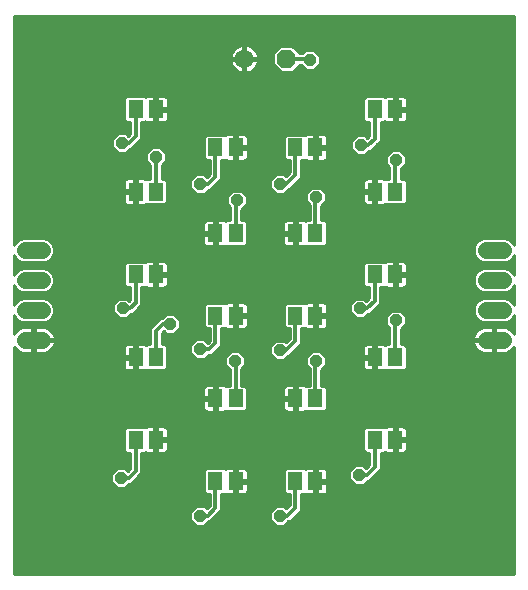
<source format=gbl>
G75*
%MOIN*%
%OFA0B0*%
%FSLAX25Y25*%
%IPPOS*%
%LPD*%
%AMOC8*
5,1,8,0,0,1.08239X$1,22.5*
%
%ADD10C,0.05600*%
%ADD11R,0.05118X0.05906*%
%ADD12OC8,0.06300*%
%ADD13C,0.06300*%
%ADD14OC8,0.03962*%
%ADD15C,0.01200*%
%ADD16C,0.01000*%
D10*
X0016200Y0085225D02*
X0021800Y0085225D01*
X0021800Y0095225D02*
X0016200Y0095225D01*
X0016200Y0105225D02*
X0021800Y0105225D01*
X0021800Y0115225D02*
X0016200Y0115225D01*
X0169743Y0115225D02*
X0175343Y0115225D01*
X0175343Y0105225D02*
X0169743Y0105225D01*
X0169743Y0095225D02*
X0175343Y0095225D01*
X0175343Y0085225D02*
X0169743Y0085225D01*
D11*
X0139472Y0079556D03*
X0132780Y0079556D03*
X0112898Y0093335D03*
X0106205Y0093335D03*
X0086307Y0093335D03*
X0079614Y0093335D03*
X0059748Y0079556D03*
X0053055Y0079556D03*
X0079630Y0065776D03*
X0086323Y0065776D03*
X0106205Y0065776D03*
X0112898Y0065776D03*
X0132780Y0051997D03*
X0139472Y0051997D03*
X0112898Y0038217D03*
X0106205Y0038217D03*
X0086323Y0038217D03*
X0079630Y0038217D03*
X0059748Y0051997D03*
X0053055Y0051997D03*
X0053055Y0107115D03*
X0059748Y0107115D03*
X0079630Y0120894D03*
X0086323Y0120894D03*
X0106205Y0120894D03*
X0112898Y0120894D03*
X0132780Y0107115D03*
X0139472Y0107115D03*
X0139472Y0134674D03*
X0132780Y0134674D03*
X0112898Y0149438D03*
X0106205Y0149438D03*
X0086323Y0149438D03*
X0079630Y0149438D03*
X0059748Y0162233D03*
X0053055Y0162233D03*
X0053055Y0134674D03*
X0059748Y0134674D03*
X0132780Y0162233D03*
X0139472Y0162233D03*
D12*
X0103264Y0178965D03*
D13*
X0089264Y0178965D03*
D14*
X0111063Y0178674D03*
X0128063Y0150174D03*
X0132689Y0145300D03*
X0139689Y0145300D03*
X0144563Y0150174D03*
X0118063Y0136674D03*
X0113189Y0132800D03*
X0106189Y0132800D03*
X0101063Y0137174D03*
X0091063Y0137174D03*
X0086689Y0131800D03*
X0079689Y0132300D03*
X0074563Y0137174D03*
X0059689Y0146300D03*
X0053189Y0146300D03*
X0048463Y0150874D03*
X0064563Y0150674D03*
X0064563Y0095674D03*
X0064563Y0090674D03*
X0048563Y0090674D03*
X0048689Y0095800D03*
X0074563Y0082174D03*
X0079689Y0078300D03*
X0086189Y0078300D03*
X0091689Y0081800D03*
X0101189Y0081800D03*
X0106189Y0078300D03*
X0113189Y0078300D03*
X0117563Y0081674D03*
X0132689Y0091800D03*
X0139689Y0091800D03*
X0143689Y0095800D03*
X0127689Y0095800D03*
X0127563Y0040174D03*
X0144563Y0040174D03*
X0118063Y0026674D03*
X0101063Y0026674D03*
X0091563Y0026674D03*
X0074563Y0026674D03*
X0064689Y0039300D03*
X0048189Y0039300D03*
D15*
X0050689Y0039300D01*
X0053055Y0041666D01*
X0053055Y0051997D01*
X0059689Y0051938D02*
X0059748Y0051997D01*
X0059689Y0051938D02*
X0059689Y0041800D01*
X0062189Y0039300D01*
X0064689Y0039300D01*
X0079630Y0038217D02*
X0079630Y0029241D01*
X0077063Y0026674D01*
X0074563Y0026674D01*
X0086323Y0029414D02*
X0089063Y0026674D01*
X0091563Y0026674D01*
X0086323Y0029414D02*
X0086323Y0038217D01*
X0106205Y0038217D02*
X0106205Y0029316D01*
X0103563Y0026674D01*
X0101063Y0026674D01*
X0112898Y0029839D02*
X0116063Y0026674D01*
X0118063Y0026674D01*
X0112898Y0029839D02*
X0112898Y0038217D01*
X0127563Y0040174D02*
X0130063Y0040174D01*
X0132780Y0042891D01*
X0132780Y0051997D01*
X0139472Y0051997D02*
X0139472Y0043265D01*
X0141563Y0041174D01*
X0144563Y0040174D01*
X0112898Y0065776D02*
X0112898Y0078009D01*
X0113189Y0078300D01*
X0115563Y0081674D02*
X0112898Y0084339D01*
X0112898Y0093335D01*
X0106205Y0093335D02*
X0106205Y0084816D01*
X0103189Y0081800D01*
X0101189Y0081800D01*
X0106189Y0078300D02*
X0106189Y0075048D01*
X0106205Y0075032D01*
X0106205Y0065776D01*
X0086323Y0065776D02*
X0086323Y0078166D01*
X0086189Y0078300D01*
X0089189Y0081800D02*
X0086307Y0084682D01*
X0086307Y0093335D01*
X0080563Y0093284D02*
X0079614Y0093335D01*
X0079563Y0093284D01*
X0079563Y0084174D01*
X0077563Y0082174D01*
X0074563Y0082174D01*
X0079689Y0078300D02*
X0079689Y0065835D01*
X0079630Y0065776D01*
X0079563Y0065843D01*
X0059748Y0079556D02*
X0059748Y0088359D01*
X0062063Y0090674D01*
X0064563Y0090674D01*
X0064563Y0095674D02*
X0061563Y0095674D01*
X0059748Y0097489D01*
X0059748Y0107115D01*
X0053063Y0107107D02*
X0053055Y0107115D01*
X0053063Y0107107D02*
X0053063Y0097674D01*
X0051189Y0095800D01*
X0048689Y0095800D01*
X0048563Y0090674D02*
X0051063Y0090674D01*
X0053063Y0088674D01*
X0053063Y0079564D01*
X0053055Y0079556D01*
X0089189Y0081800D02*
X0091689Y0081800D01*
X0115563Y0081674D02*
X0117563Y0081674D01*
X0132689Y0079646D02*
X0132780Y0079556D01*
X0132689Y0079646D02*
X0132689Y0091800D01*
X0139472Y0091583D02*
X0139689Y0091800D01*
X0139472Y0091583D02*
X0139472Y0079556D01*
X0142189Y0095800D02*
X0139472Y0098517D01*
X0139472Y0107115D01*
X0132780Y0107115D02*
X0132689Y0107024D01*
X0132689Y0098300D01*
X0130189Y0095800D01*
X0127689Y0095800D01*
X0142189Y0095800D02*
X0143689Y0095800D01*
X0112898Y0120894D02*
X0112898Y0132509D01*
X0113189Y0132800D01*
X0116563Y0136674D02*
X0118063Y0136674D01*
X0116563Y0136674D02*
X0112898Y0140339D01*
X0112898Y0149438D01*
X0106205Y0149438D02*
X0106205Y0140316D01*
X0103063Y0137174D01*
X0101063Y0137174D01*
X0106189Y0132800D02*
X0106205Y0132784D01*
X0106205Y0120894D01*
X0086323Y0120894D02*
X0086323Y0131434D01*
X0086689Y0131800D01*
X0079689Y0131800D02*
X0079689Y0132300D01*
X0079689Y0131800D02*
X0079630Y0131741D01*
X0079630Y0120894D01*
X0059748Y0134674D02*
X0059748Y0146241D01*
X0059689Y0146300D01*
X0062063Y0150674D02*
X0059748Y0152989D01*
X0059748Y0162233D01*
X0053063Y0162225D02*
X0053055Y0162233D01*
X0053063Y0162225D02*
X0053063Y0153174D01*
X0050763Y0150874D01*
X0048463Y0150874D01*
X0053063Y0146174D02*
X0053189Y0146300D01*
X0053063Y0146174D02*
X0053063Y0134682D01*
X0053055Y0134674D01*
X0074563Y0137174D02*
X0077063Y0137174D01*
X0079630Y0139741D01*
X0079630Y0149438D01*
X0086323Y0149438D02*
X0086323Y0139914D01*
X0089063Y0137174D01*
X0091063Y0137174D01*
X0064563Y0150674D02*
X0062063Y0150674D01*
X0103264Y0178965D02*
X0110772Y0178965D01*
X0111063Y0178674D01*
X0132780Y0162233D02*
X0132780Y0152391D01*
X0130563Y0150174D01*
X0128063Y0150174D01*
X0132689Y0145300D02*
X0132780Y0145209D01*
X0132780Y0134674D01*
X0139472Y0134674D02*
X0139472Y0145083D01*
X0139689Y0145300D01*
X0141063Y0150174D02*
X0144563Y0150174D01*
X0141063Y0150174D02*
X0139472Y0151765D01*
X0139472Y0162233D01*
D16*
X0012489Y0083037D02*
X0012489Y0007100D01*
X0179054Y0007100D01*
X0179054Y0083037D01*
X0179021Y0082972D01*
X0178623Y0082424D01*
X0178145Y0081945D01*
X0177597Y0081548D01*
X0176994Y0081240D01*
X0176350Y0081031D01*
X0175682Y0080925D01*
X0172943Y0080925D01*
X0172943Y0084825D01*
X0172143Y0084825D01*
X0165453Y0084825D01*
X0165549Y0084218D01*
X0165758Y0083575D01*
X0166066Y0082972D01*
X0166463Y0082424D01*
X0166942Y0081945D01*
X0167490Y0081548D01*
X0168093Y0081240D01*
X0168736Y0081031D01*
X0169405Y0080925D01*
X0172143Y0080925D01*
X0172143Y0084825D01*
X0172143Y0085625D01*
X0165453Y0085625D01*
X0165549Y0086232D01*
X0165758Y0086876D01*
X0166066Y0087479D01*
X0166463Y0088026D01*
X0166942Y0088505D01*
X0167490Y0088903D01*
X0168093Y0089210D01*
X0168736Y0089419D01*
X0169405Y0089525D01*
X0172143Y0089525D01*
X0172143Y0085625D01*
X0172943Y0085625D01*
X0172943Y0089525D01*
X0175682Y0089525D01*
X0176350Y0089419D01*
X0176994Y0089210D01*
X0177597Y0088903D01*
X0178145Y0088505D01*
X0178623Y0088026D01*
X0179021Y0087479D01*
X0179054Y0087413D01*
X0179054Y0093471D01*
X0178819Y0092903D01*
X0177666Y0091749D01*
X0176159Y0091125D01*
X0168928Y0091125D01*
X0167421Y0091749D01*
X0166267Y0092903D01*
X0165643Y0094410D01*
X0165643Y0096041D01*
X0166267Y0097548D01*
X0167421Y0098701D01*
X0168928Y0099325D01*
X0176159Y0099325D01*
X0177666Y0098701D01*
X0178819Y0097548D01*
X0179054Y0096980D01*
X0179054Y0103471D01*
X0178819Y0102903D01*
X0177666Y0101749D01*
X0176159Y0101125D01*
X0168928Y0101125D01*
X0167421Y0101749D01*
X0166267Y0102903D01*
X0165643Y0104410D01*
X0165643Y0106041D01*
X0166267Y0107548D01*
X0167421Y0108701D01*
X0168928Y0109325D01*
X0176159Y0109325D01*
X0177666Y0108701D01*
X0178819Y0107548D01*
X0179054Y0106980D01*
X0179054Y0113471D01*
X0178819Y0112903D01*
X0177666Y0111749D01*
X0176159Y0111125D01*
X0168928Y0111125D01*
X0167421Y0111749D01*
X0166267Y0112903D01*
X0165643Y0114410D01*
X0165643Y0116041D01*
X0166267Y0117548D01*
X0167421Y0118701D01*
X0168928Y0119325D01*
X0176159Y0119325D01*
X0177666Y0118701D01*
X0178819Y0117548D01*
X0179054Y0116980D01*
X0179054Y0193350D01*
X0012489Y0193350D01*
X0012489Y0116980D01*
X0012724Y0117548D01*
X0013878Y0118701D01*
X0015384Y0119325D01*
X0022616Y0119325D01*
X0024122Y0118701D01*
X0025276Y0117548D01*
X0025900Y0116041D01*
X0025900Y0114410D01*
X0025276Y0112903D01*
X0024122Y0111749D01*
X0022616Y0111125D01*
X0015384Y0111125D01*
X0013878Y0111749D01*
X0012724Y0112903D01*
X0012489Y0113471D01*
X0012489Y0106980D01*
X0012724Y0107548D01*
X0013878Y0108701D01*
X0015384Y0109325D01*
X0022616Y0109325D01*
X0024122Y0108701D01*
X0025276Y0107548D01*
X0025900Y0106041D01*
X0025900Y0104410D01*
X0025276Y0102903D01*
X0024122Y0101749D01*
X0022616Y0101125D01*
X0015384Y0101125D01*
X0013878Y0101749D01*
X0012724Y0102903D01*
X0012489Y0103471D01*
X0012489Y0096980D01*
X0012724Y0097548D01*
X0013878Y0098701D01*
X0015384Y0099325D01*
X0022616Y0099325D01*
X0024122Y0098701D01*
X0025276Y0097548D01*
X0025900Y0096041D01*
X0025900Y0094410D01*
X0025276Y0092903D01*
X0024122Y0091749D01*
X0022616Y0091125D01*
X0015384Y0091125D01*
X0013878Y0091749D01*
X0012724Y0092903D01*
X0012489Y0093471D01*
X0012489Y0087413D01*
X0012522Y0087479D01*
X0012920Y0088026D01*
X0013399Y0088505D01*
X0013946Y0088903D01*
X0014549Y0089210D01*
X0015193Y0089419D01*
X0015862Y0089525D01*
X0018600Y0089525D01*
X0018600Y0085625D01*
X0019400Y0085625D01*
X0026090Y0085625D01*
X0025994Y0086232D01*
X0025785Y0086876D01*
X0025478Y0087479D01*
X0025080Y0088026D01*
X0024601Y0088505D01*
X0024054Y0088903D01*
X0023451Y0089210D01*
X0022807Y0089419D01*
X0022138Y0089525D01*
X0019400Y0089525D01*
X0019400Y0085625D01*
X0019400Y0084825D01*
X0019400Y0080925D01*
X0022138Y0080925D01*
X0022807Y0081031D01*
X0023451Y0081240D01*
X0024054Y0081548D01*
X0024601Y0081945D01*
X0025080Y0082424D01*
X0025478Y0082972D01*
X0025785Y0083575D01*
X0025994Y0084218D01*
X0026090Y0084825D01*
X0019400Y0084825D01*
X0018600Y0084825D01*
X0018600Y0080925D01*
X0015862Y0080925D01*
X0015193Y0081031D01*
X0014549Y0081240D01*
X0013946Y0081548D01*
X0013399Y0081945D01*
X0012920Y0082424D01*
X0012522Y0082972D01*
X0012489Y0083037D01*
X0012489Y0082679D02*
X0012735Y0082679D01*
X0012489Y0081681D02*
X0013763Y0081681D01*
X0012489Y0080682D02*
X0048996Y0080682D01*
X0048996Y0080056D02*
X0052555Y0080056D01*
X0052555Y0079056D01*
X0048996Y0079056D01*
X0048996Y0076406D01*
X0049098Y0076024D01*
X0049296Y0075682D01*
X0049575Y0075403D01*
X0049917Y0075205D01*
X0050299Y0075103D01*
X0052555Y0075103D01*
X0052555Y0079056D01*
X0053555Y0079056D01*
X0053555Y0075103D01*
X0055812Y0075103D01*
X0056193Y0075205D01*
X0056535Y0075403D01*
X0056543Y0075411D01*
X0056650Y0075303D01*
X0062846Y0075303D01*
X0063607Y0076065D01*
X0063607Y0083047D01*
X0062846Y0083809D01*
X0061648Y0083809D01*
X0061648Y0087572D01*
X0062336Y0088260D01*
X0063204Y0087393D01*
X0065922Y0087393D01*
X0067844Y0089315D01*
X0067844Y0092033D01*
X0065922Y0093955D01*
X0063204Y0093955D01*
X0061823Y0092574D01*
X0061276Y0092574D01*
X0058961Y0090259D01*
X0057848Y0089146D01*
X0057848Y0083809D01*
X0056650Y0083809D01*
X0056543Y0083701D01*
X0056535Y0083709D01*
X0056193Y0083906D01*
X0055812Y0084009D01*
X0053555Y0084009D01*
X0053555Y0080056D01*
X0052555Y0080056D01*
X0052555Y0084009D01*
X0050299Y0084009D01*
X0049917Y0083906D01*
X0049575Y0083709D01*
X0049296Y0083430D01*
X0049098Y0083088D01*
X0048996Y0082706D01*
X0048996Y0080056D01*
X0048996Y0078685D02*
X0012489Y0078685D01*
X0012489Y0077687D02*
X0048996Y0077687D01*
X0048996Y0076688D02*
X0012489Y0076688D01*
X0012489Y0075690D02*
X0049291Y0075690D01*
X0052555Y0075690D02*
X0053555Y0075690D01*
X0053555Y0076688D02*
X0052555Y0076688D01*
X0052555Y0077687D02*
X0053555Y0077687D01*
X0053555Y0078685D02*
X0052555Y0078685D01*
X0052555Y0079684D02*
X0012489Y0079684D01*
X0018600Y0081681D02*
X0019400Y0081681D01*
X0019400Y0082679D02*
X0018600Y0082679D01*
X0018600Y0083678D02*
X0019400Y0083678D01*
X0019400Y0084676D02*
X0018600Y0084676D01*
X0018600Y0085675D02*
X0019400Y0085675D01*
X0019400Y0086673D02*
X0018600Y0086673D01*
X0018600Y0087672D02*
X0019400Y0087672D01*
X0019400Y0088670D02*
X0018600Y0088670D01*
X0013626Y0088670D02*
X0012489Y0088670D01*
X0012489Y0087672D02*
X0012663Y0087672D01*
X0012489Y0089669D02*
X0058371Y0089669D01*
X0057848Y0088670D02*
X0024374Y0088670D01*
X0025337Y0087672D02*
X0057848Y0087672D01*
X0057848Y0086673D02*
X0025851Y0086673D01*
X0026082Y0085675D02*
X0057848Y0085675D01*
X0057848Y0084676D02*
X0026067Y0084676D01*
X0025819Y0083678D02*
X0049544Y0083678D01*
X0048996Y0082679D02*
X0025265Y0082679D01*
X0024237Y0081681D02*
X0048996Y0081681D01*
X0052555Y0081681D02*
X0053555Y0081681D01*
X0053555Y0082679D02*
X0052555Y0082679D01*
X0052555Y0083678D02*
X0053555Y0083678D01*
X0053555Y0080682D02*
X0052555Y0080682D01*
X0061648Y0084676D02*
X0072425Y0084676D01*
X0073204Y0085455D02*
X0071282Y0083533D01*
X0071282Y0080815D01*
X0073204Y0078893D01*
X0075922Y0078893D01*
X0077303Y0080274D01*
X0078350Y0080274D01*
X0080350Y0082274D01*
X0081463Y0083387D01*
X0081463Y0089083D01*
X0082712Y0089083D01*
X0082819Y0089190D01*
X0082827Y0089182D01*
X0083169Y0088985D01*
X0083551Y0088883D01*
X0085807Y0088883D01*
X0085807Y0092835D01*
X0086807Y0092835D01*
X0086807Y0088883D01*
X0089064Y0088883D01*
X0089445Y0088985D01*
X0089787Y0089182D01*
X0090066Y0089462D01*
X0090264Y0089804D01*
X0090366Y0090185D01*
X0090366Y0092835D01*
X0086807Y0092835D01*
X0086807Y0093835D01*
X0090366Y0093835D01*
X0090366Y0096486D01*
X0090264Y0096867D01*
X0090066Y0097209D01*
X0089787Y0097488D01*
X0089445Y0097686D01*
X0089064Y0097788D01*
X0086807Y0097788D01*
X0086807Y0093835D01*
X0085807Y0093835D01*
X0085807Y0097788D01*
X0083551Y0097788D01*
X0083169Y0097686D01*
X0082827Y0097488D01*
X0082819Y0097481D01*
X0082712Y0097588D01*
X0076517Y0097588D01*
X0075755Y0096827D01*
X0075755Y0089844D01*
X0076517Y0089083D01*
X0077663Y0089083D01*
X0077663Y0084961D01*
X0077040Y0084338D01*
X0075922Y0085455D01*
X0073204Y0085455D01*
X0071427Y0083678D02*
X0062976Y0083678D01*
X0063607Y0082679D02*
X0071282Y0082679D01*
X0071282Y0081681D02*
X0063607Y0081681D01*
X0063607Y0080682D02*
X0071414Y0080682D01*
X0072413Y0079684D02*
X0063607Y0079684D01*
X0063607Y0078685D02*
X0082908Y0078685D01*
X0082908Y0079659D02*
X0082908Y0076941D01*
X0084423Y0075426D01*
X0084423Y0070029D01*
X0083225Y0070029D01*
X0083118Y0069922D01*
X0083110Y0069929D01*
X0082768Y0070127D01*
X0082386Y0070229D01*
X0080130Y0070229D01*
X0080130Y0066276D01*
X0079130Y0066276D01*
X0079130Y0065276D01*
X0080130Y0065276D01*
X0080130Y0061324D01*
X0082386Y0061324D01*
X0082768Y0061426D01*
X0083110Y0061623D01*
X0083118Y0061631D01*
X0083225Y0061524D01*
X0089420Y0061524D01*
X0090182Y0062285D01*
X0090182Y0069268D01*
X0089420Y0070029D01*
X0088223Y0070029D01*
X0088223Y0075694D01*
X0089470Y0076941D01*
X0089470Y0079659D01*
X0087548Y0081581D01*
X0084830Y0081581D01*
X0082908Y0079659D01*
X0082933Y0079684D02*
X0076713Y0079684D01*
X0078758Y0080682D02*
X0083931Y0080682D01*
X0082908Y0077687D02*
X0063607Y0077687D01*
X0063607Y0076688D02*
X0083160Y0076688D01*
X0084159Y0075690D02*
X0063232Y0075690D01*
X0075673Y0069308D02*
X0075571Y0068927D01*
X0075571Y0066276D01*
X0079130Y0066276D01*
X0079130Y0070229D01*
X0076873Y0070229D01*
X0076492Y0070127D01*
X0076150Y0069929D01*
X0075871Y0069650D01*
X0075673Y0069308D01*
X0075919Y0069699D02*
X0012489Y0069699D01*
X0012489Y0070697D02*
X0084423Y0070697D01*
X0084423Y0071696D02*
X0012489Y0071696D01*
X0012489Y0072694D02*
X0084423Y0072694D01*
X0084423Y0073693D02*
X0012489Y0073693D01*
X0012489Y0074691D02*
X0084423Y0074691D01*
X0088223Y0074691D02*
X0110998Y0074691D01*
X0110998Y0073693D02*
X0088223Y0073693D01*
X0088223Y0072694D02*
X0110998Y0072694D01*
X0110998Y0071696D02*
X0088223Y0071696D01*
X0088223Y0070697D02*
X0110998Y0070697D01*
X0110998Y0070029D02*
X0109800Y0070029D01*
X0109693Y0069922D01*
X0109685Y0069929D01*
X0109343Y0070127D01*
X0108961Y0070229D01*
X0106705Y0070229D01*
X0106705Y0066276D01*
X0105705Y0066276D01*
X0105705Y0065276D01*
X0106705Y0065276D01*
X0106705Y0061324D01*
X0108961Y0061324D01*
X0109343Y0061426D01*
X0109685Y0061623D01*
X0109693Y0061631D01*
X0109800Y0061524D01*
X0115995Y0061524D01*
X0116757Y0062285D01*
X0116757Y0069268D01*
X0115995Y0070029D01*
X0114798Y0070029D01*
X0114798Y0075268D01*
X0116470Y0076941D01*
X0116470Y0079659D01*
X0114548Y0081581D01*
X0111830Y0081581D01*
X0109908Y0079659D01*
X0109908Y0076941D01*
X0110998Y0075851D01*
X0110998Y0070029D01*
X0114798Y0070697D02*
X0179054Y0070697D01*
X0179054Y0069699D02*
X0116326Y0069699D01*
X0116757Y0068700D02*
X0179054Y0068700D01*
X0179054Y0067702D02*
X0116757Y0067702D01*
X0116757Y0066703D02*
X0179054Y0066703D01*
X0179054Y0065705D02*
X0116757Y0065705D01*
X0116757Y0064706D02*
X0179054Y0064706D01*
X0179054Y0063708D02*
X0116757Y0063708D01*
X0116757Y0062709D02*
X0179054Y0062709D01*
X0179054Y0061711D02*
X0116182Y0061711D01*
X0106705Y0061711D02*
X0105705Y0061711D01*
X0105705Y0061324D02*
X0103448Y0061324D01*
X0103067Y0061426D01*
X0102725Y0061623D01*
X0102445Y0061903D01*
X0102248Y0062245D01*
X0102146Y0062626D01*
X0102146Y0065276D01*
X0105705Y0065276D01*
X0105705Y0061324D01*
X0105705Y0062709D02*
X0106705Y0062709D01*
X0106705Y0063708D02*
X0105705Y0063708D01*
X0105705Y0064706D02*
X0106705Y0064706D01*
X0105705Y0065705D02*
X0090182Y0065705D01*
X0090182Y0066703D02*
X0102146Y0066703D01*
X0102146Y0066276D02*
X0105705Y0066276D01*
X0105705Y0070229D01*
X0103448Y0070229D01*
X0103067Y0070127D01*
X0102725Y0069929D01*
X0102445Y0069650D01*
X0102248Y0069308D01*
X0102146Y0068927D01*
X0102146Y0066276D01*
X0102146Y0067702D02*
X0090182Y0067702D01*
X0090182Y0068700D02*
X0102146Y0068700D01*
X0102494Y0069699D02*
X0089751Y0069699D01*
X0088223Y0075690D02*
X0110998Y0075690D01*
X0110160Y0076688D02*
X0089217Y0076688D01*
X0089470Y0077687D02*
X0109908Y0077687D01*
X0109908Y0078685D02*
X0102715Y0078685D01*
X0102548Y0078519D02*
X0103929Y0079900D01*
X0103976Y0079900D01*
X0106992Y0082916D01*
X0108105Y0084029D01*
X0108105Y0089083D01*
X0109302Y0089083D01*
X0109410Y0089190D01*
X0109418Y0089182D01*
X0109760Y0088985D01*
X0110141Y0088883D01*
X0112398Y0088883D01*
X0112398Y0092835D01*
X0113398Y0092835D01*
X0113398Y0093835D01*
X0116957Y0093835D01*
X0116957Y0096486D01*
X0116854Y0096867D01*
X0116657Y0097209D01*
X0116378Y0097488D01*
X0116036Y0097686D01*
X0115654Y0097788D01*
X0113398Y0097788D01*
X0113398Y0093835D01*
X0112398Y0093835D01*
X0112398Y0097788D01*
X0110141Y0097788D01*
X0109760Y0097686D01*
X0109418Y0097488D01*
X0109410Y0097481D01*
X0109302Y0097588D01*
X0103107Y0097588D01*
X0102346Y0096827D01*
X0102346Y0089844D01*
X0103107Y0089083D01*
X0104305Y0089083D01*
X0104305Y0085603D01*
X0103166Y0084464D01*
X0102548Y0085081D01*
X0099830Y0085081D01*
X0097908Y0083159D01*
X0097908Y0080441D01*
X0099830Y0078519D01*
X0102548Y0078519D01*
X0103713Y0079684D02*
X0109933Y0079684D01*
X0110931Y0080682D02*
X0104758Y0080682D01*
X0105757Y0081681D02*
X0128720Y0081681D01*
X0128720Y0082679D02*
X0106755Y0082679D01*
X0107754Y0083678D02*
X0129268Y0083678D01*
X0129299Y0083709D02*
X0129020Y0083430D01*
X0128823Y0083088D01*
X0128720Y0082706D01*
X0128720Y0080056D01*
X0132279Y0080056D01*
X0132279Y0079056D01*
X0128720Y0079056D01*
X0128720Y0076406D01*
X0128823Y0076024D01*
X0129020Y0075682D01*
X0129299Y0075403D01*
X0129641Y0075205D01*
X0130023Y0075103D01*
X0132280Y0075103D01*
X0132280Y0079056D01*
X0133279Y0079056D01*
X0133279Y0075103D01*
X0135536Y0075103D01*
X0135918Y0075205D01*
X0136260Y0075403D01*
X0136267Y0075411D01*
X0136375Y0075303D01*
X0142570Y0075303D01*
X0143331Y0076065D01*
X0143331Y0083047D01*
X0142570Y0083809D01*
X0141372Y0083809D01*
X0141372Y0088843D01*
X0142970Y0090441D01*
X0142970Y0093159D01*
X0141048Y0095081D01*
X0138330Y0095081D01*
X0136408Y0093159D01*
X0136408Y0090441D01*
X0137572Y0089276D01*
X0137572Y0083809D01*
X0136375Y0083809D01*
X0136267Y0083701D01*
X0136260Y0083709D01*
X0135918Y0083906D01*
X0135536Y0084009D01*
X0133279Y0084009D01*
X0133279Y0080056D01*
X0132280Y0080056D01*
X0132280Y0084009D01*
X0130023Y0084009D01*
X0129641Y0083906D01*
X0129299Y0083709D01*
X0132280Y0083678D02*
X0133279Y0083678D01*
X0133279Y0082679D02*
X0132280Y0082679D01*
X0132280Y0081681D02*
X0133279Y0081681D01*
X0133279Y0080682D02*
X0132280Y0080682D01*
X0132279Y0079684D02*
X0116445Y0079684D01*
X0116470Y0078685D02*
X0128720Y0078685D01*
X0128720Y0077687D02*
X0116470Y0077687D01*
X0116217Y0076688D02*
X0128720Y0076688D01*
X0129016Y0075690D02*
X0115219Y0075690D01*
X0114798Y0074691D02*
X0179054Y0074691D01*
X0179054Y0073693D02*
X0114798Y0073693D01*
X0114798Y0072694D02*
X0179054Y0072694D01*
X0179054Y0071696D02*
X0114798Y0071696D01*
X0106705Y0069699D02*
X0105705Y0069699D01*
X0105705Y0068700D02*
X0106705Y0068700D01*
X0106705Y0067702D02*
X0105705Y0067702D01*
X0105705Y0066703D02*
X0106705Y0066703D01*
X0102146Y0064706D02*
X0090182Y0064706D01*
X0090182Y0063708D02*
X0102146Y0063708D01*
X0102146Y0062709D02*
X0090182Y0062709D01*
X0089607Y0061711D02*
X0102637Y0061711D01*
X0080130Y0061711D02*
X0079130Y0061711D01*
X0079130Y0061324D02*
X0076873Y0061324D01*
X0076492Y0061426D01*
X0076150Y0061623D01*
X0075871Y0061903D01*
X0075673Y0062245D01*
X0075571Y0062626D01*
X0075571Y0065276D01*
X0079130Y0065276D01*
X0079130Y0061324D01*
X0079130Y0062709D02*
X0080130Y0062709D01*
X0080130Y0063708D02*
X0079130Y0063708D01*
X0079130Y0064706D02*
X0080130Y0064706D01*
X0079130Y0065705D02*
X0012489Y0065705D01*
X0012489Y0066703D02*
X0075571Y0066703D01*
X0075571Y0067702D02*
X0012489Y0067702D01*
X0012489Y0068700D02*
X0075571Y0068700D01*
X0079130Y0068700D02*
X0080130Y0068700D01*
X0080130Y0067702D02*
X0079130Y0067702D01*
X0079130Y0066703D02*
X0080130Y0066703D01*
X0075571Y0064706D02*
X0012489Y0064706D01*
X0012489Y0063708D02*
X0075571Y0063708D01*
X0075571Y0062709D02*
X0012489Y0062709D01*
X0012489Y0061711D02*
X0076062Y0061711D01*
X0063705Y0055529D02*
X0063507Y0055871D01*
X0063228Y0056150D01*
X0062886Y0056347D01*
X0062505Y0056450D01*
X0060248Y0056450D01*
X0060248Y0052497D01*
X0059248Y0052497D01*
X0059248Y0056450D01*
X0056991Y0056450D01*
X0056610Y0056347D01*
X0056268Y0056150D01*
X0056260Y0056142D01*
X0056153Y0056250D01*
X0049958Y0056250D01*
X0049196Y0055488D01*
X0049196Y0048506D01*
X0049958Y0047744D01*
X0051155Y0047744D01*
X0051155Y0042453D01*
X0050416Y0041714D01*
X0049548Y0042581D01*
X0046830Y0042581D01*
X0044908Y0040659D01*
X0044908Y0037941D01*
X0046830Y0036019D01*
X0049548Y0036019D01*
X0050929Y0037400D01*
X0051476Y0037400D01*
X0053842Y0039766D01*
X0054955Y0040879D01*
X0054955Y0047744D01*
X0056153Y0047744D01*
X0056260Y0047852D01*
X0056268Y0047844D01*
X0056610Y0047646D01*
X0056991Y0047544D01*
X0059248Y0047544D01*
X0059248Y0051497D01*
X0060248Y0051497D01*
X0060248Y0052497D01*
X0063807Y0052497D01*
X0063807Y0055147D01*
X0063705Y0055529D01*
X0063595Y0055720D02*
X0129152Y0055720D01*
X0128920Y0055488D02*
X0129682Y0056250D01*
X0135877Y0056250D01*
X0135985Y0056142D01*
X0135992Y0056150D01*
X0136334Y0056347D01*
X0136716Y0056450D01*
X0138972Y0056450D01*
X0138972Y0052497D01*
X0139972Y0052497D01*
X0139972Y0056450D01*
X0142229Y0056450D01*
X0142610Y0056347D01*
X0142953Y0056150D01*
X0143232Y0055871D01*
X0143429Y0055529D01*
X0143531Y0055147D01*
X0143531Y0052497D01*
X0139972Y0052497D01*
X0139972Y0051497D01*
X0139972Y0047544D01*
X0142229Y0047544D01*
X0142610Y0047646D01*
X0142953Y0047844D01*
X0143232Y0048123D01*
X0143429Y0048465D01*
X0143531Y0048847D01*
X0143531Y0051497D01*
X0139972Y0051497D01*
X0138972Y0051497D01*
X0138972Y0047544D01*
X0136716Y0047544D01*
X0136334Y0047646D01*
X0135992Y0047844D01*
X0135985Y0047852D01*
X0135877Y0047744D01*
X0134680Y0047744D01*
X0134680Y0042104D01*
X0133567Y0040991D01*
X0133567Y0040991D01*
X0130850Y0038274D01*
X0130303Y0038274D01*
X0128922Y0036893D01*
X0126204Y0036893D01*
X0124282Y0038815D01*
X0124282Y0041533D01*
X0126204Y0043455D01*
X0128922Y0043455D01*
X0129790Y0042588D01*
X0130880Y0043678D01*
X0130880Y0047744D01*
X0129682Y0047744D01*
X0128920Y0048506D01*
X0128920Y0055488D01*
X0128920Y0054721D02*
X0063807Y0054721D01*
X0063807Y0053723D02*
X0128920Y0053723D01*
X0128920Y0052724D02*
X0063807Y0052724D01*
X0063807Y0051497D02*
X0060248Y0051497D01*
X0060248Y0047544D01*
X0062505Y0047544D01*
X0062886Y0047646D01*
X0063228Y0047844D01*
X0063507Y0048123D01*
X0063705Y0048465D01*
X0063807Y0048847D01*
X0063807Y0051497D01*
X0063807Y0050727D02*
X0128920Y0050727D01*
X0128920Y0049729D02*
X0063807Y0049729D01*
X0063776Y0048730D02*
X0128920Y0048730D01*
X0130880Y0047732D02*
X0063034Y0047732D01*
X0060248Y0047732D02*
X0059248Y0047732D01*
X0059248Y0048730D02*
X0060248Y0048730D01*
X0060248Y0049729D02*
X0059248Y0049729D01*
X0059248Y0050727D02*
X0060248Y0050727D01*
X0060248Y0051726D02*
X0128920Y0051726D01*
X0130880Y0046733D02*
X0054955Y0046733D01*
X0054955Y0045734D02*
X0130880Y0045734D01*
X0130880Y0044736D02*
X0054955Y0044736D01*
X0054955Y0043737D02*
X0130880Y0043737D01*
X0129941Y0042739D02*
X0129638Y0042739D01*
X0132319Y0039743D02*
X0179054Y0039743D01*
X0179054Y0038745D02*
X0131321Y0038745D01*
X0129776Y0037746D02*
X0179054Y0037746D01*
X0179054Y0036748D02*
X0116957Y0036748D01*
X0116957Y0037717D02*
X0116957Y0035067D01*
X0116854Y0034686D01*
X0116657Y0034344D01*
X0116378Y0034064D01*
X0116036Y0033867D01*
X0115654Y0033765D01*
X0113398Y0033765D01*
X0113398Y0037717D01*
X0113398Y0038717D01*
X0116957Y0038717D01*
X0116957Y0041368D01*
X0116854Y0041749D01*
X0116657Y0042091D01*
X0116378Y0042370D01*
X0116036Y0042568D01*
X0115654Y0042670D01*
X0113398Y0042670D01*
X0113398Y0038717D01*
X0112398Y0038717D01*
X0112398Y0042670D01*
X0110141Y0042670D01*
X0109760Y0042568D01*
X0109418Y0042370D01*
X0109410Y0042363D01*
X0109302Y0042470D01*
X0103107Y0042470D01*
X0102346Y0041709D01*
X0102346Y0034726D01*
X0103107Y0033965D01*
X0104305Y0033965D01*
X0104305Y0030103D01*
X0103290Y0029088D01*
X0102422Y0029955D01*
X0099704Y0029955D01*
X0097782Y0028033D01*
X0097782Y0025315D01*
X0099704Y0023393D01*
X0102422Y0023393D01*
X0103803Y0024774D01*
X0104350Y0024774D01*
X0106992Y0027416D01*
X0108105Y0028529D01*
X0108105Y0033965D01*
X0109302Y0033965D01*
X0109410Y0034072D01*
X0109418Y0034064D01*
X0109760Y0033867D01*
X0110141Y0033765D01*
X0112398Y0033765D01*
X0112398Y0037717D01*
X0113398Y0037717D01*
X0116957Y0037717D01*
X0116957Y0038745D02*
X0124352Y0038745D01*
X0124282Y0039743D02*
X0116957Y0039743D01*
X0116957Y0040742D02*
X0124282Y0040742D01*
X0124489Y0041740D02*
X0116857Y0041740D01*
X0113398Y0041740D02*
X0112398Y0041740D01*
X0112398Y0040742D02*
X0113398Y0040742D01*
X0113398Y0039743D02*
X0112398Y0039743D01*
X0112398Y0038745D02*
X0113398Y0038745D01*
X0113398Y0037746D02*
X0125350Y0037746D01*
X0125488Y0042739D02*
X0054955Y0042739D01*
X0054955Y0041740D02*
X0075803Y0041740D01*
X0075771Y0041709D02*
X0075771Y0034726D01*
X0076532Y0033965D01*
X0077730Y0033965D01*
X0077730Y0030028D01*
X0076790Y0029088D01*
X0075922Y0029955D01*
X0073204Y0029955D01*
X0071282Y0028033D01*
X0071282Y0025315D01*
X0073204Y0023393D01*
X0075922Y0023393D01*
X0077303Y0024774D01*
X0077850Y0024774D01*
X0081530Y0028454D01*
X0081530Y0033965D01*
X0082727Y0033965D01*
X0082835Y0034072D01*
X0082843Y0034064D01*
X0083185Y0033867D01*
X0083566Y0033765D01*
X0085823Y0033765D01*
X0085823Y0037717D01*
X0086823Y0037717D01*
X0086823Y0033765D01*
X0089079Y0033765D01*
X0089461Y0033867D01*
X0089803Y0034064D01*
X0090082Y0034344D01*
X0090280Y0034686D01*
X0090382Y0035067D01*
X0090382Y0037717D01*
X0086823Y0037717D01*
X0086823Y0038717D01*
X0090382Y0038717D01*
X0090382Y0041368D01*
X0090280Y0041749D01*
X0090082Y0042091D01*
X0089803Y0042370D01*
X0089461Y0042568D01*
X0089079Y0042670D01*
X0086823Y0042670D01*
X0086823Y0038717D01*
X0085823Y0038717D01*
X0085823Y0042670D01*
X0083566Y0042670D01*
X0083185Y0042568D01*
X0082843Y0042370D01*
X0082835Y0042363D01*
X0082727Y0042470D01*
X0076532Y0042470D01*
X0075771Y0041709D01*
X0075771Y0040742D02*
X0054818Y0040742D01*
X0053819Y0039743D02*
X0075771Y0039743D01*
X0075771Y0038745D02*
X0052821Y0038745D01*
X0051822Y0037746D02*
X0075771Y0037746D01*
X0075771Y0036748D02*
X0050277Y0036748D01*
X0046101Y0036748D02*
X0012489Y0036748D01*
X0012489Y0037746D02*
X0045102Y0037746D01*
X0044908Y0038745D02*
X0012489Y0038745D01*
X0012489Y0039743D02*
X0044908Y0039743D01*
X0044991Y0040742D02*
X0012489Y0040742D01*
X0012489Y0041740D02*
X0045989Y0041740D01*
X0050389Y0041740D02*
X0050442Y0041740D01*
X0051155Y0042739D02*
X0012489Y0042739D01*
X0012489Y0043737D02*
X0051155Y0043737D01*
X0051155Y0044736D02*
X0012489Y0044736D01*
X0012489Y0045734D02*
X0051155Y0045734D01*
X0051155Y0046733D02*
X0012489Y0046733D01*
X0012489Y0047732D02*
X0051155Y0047732D01*
X0049196Y0048730D02*
X0012489Y0048730D01*
X0012489Y0049729D02*
X0049196Y0049729D01*
X0049196Y0050727D02*
X0012489Y0050727D01*
X0012489Y0051726D02*
X0049196Y0051726D01*
X0049196Y0052724D02*
X0012489Y0052724D01*
X0012489Y0053723D02*
X0049196Y0053723D01*
X0049196Y0054721D02*
X0012489Y0054721D01*
X0012489Y0055720D02*
X0049428Y0055720D01*
X0059248Y0055720D02*
X0060248Y0055720D01*
X0060248Y0054721D02*
X0059248Y0054721D01*
X0059248Y0053723D02*
X0060248Y0053723D01*
X0060248Y0052724D02*
X0059248Y0052724D01*
X0056462Y0047732D02*
X0054955Y0047732D01*
X0075771Y0035749D02*
X0012489Y0035749D01*
X0012489Y0034751D02*
X0075771Y0034751D01*
X0077730Y0033752D02*
X0012489Y0033752D01*
X0012489Y0032754D02*
X0077730Y0032754D01*
X0077730Y0031755D02*
X0012489Y0031755D01*
X0012489Y0030757D02*
X0077730Y0030757D01*
X0077460Y0029758D02*
X0076119Y0029758D01*
X0073007Y0029758D02*
X0012489Y0029758D01*
X0012489Y0028760D02*
X0072009Y0028760D01*
X0071282Y0027761D02*
X0012489Y0027761D01*
X0012489Y0026763D02*
X0071282Y0026763D01*
X0071282Y0025764D02*
X0012489Y0025764D01*
X0012489Y0024766D02*
X0071831Y0024766D01*
X0072830Y0023767D02*
X0012489Y0023767D01*
X0012489Y0022769D02*
X0179054Y0022769D01*
X0179054Y0023767D02*
X0102796Y0023767D01*
X0103795Y0024766D02*
X0179054Y0024766D01*
X0179054Y0025764D02*
X0105340Y0025764D01*
X0106339Y0026763D02*
X0179054Y0026763D01*
X0179054Y0027761D02*
X0107337Y0027761D01*
X0106992Y0027416D02*
X0106992Y0027416D01*
X0108105Y0028760D02*
X0179054Y0028760D01*
X0179054Y0029758D02*
X0108105Y0029758D01*
X0108105Y0030757D02*
X0179054Y0030757D01*
X0179054Y0031755D02*
X0108105Y0031755D01*
X0108105Y0032754D02*
X0179054Y0032754D01*
X0179054Y0033752D02*
X0108105Y0033752D01*
X0104305Y0033752D02*
X0081530Y0033752D01*
X0081530Y0032754D02*
X0104305Y0032754D01*
X0104305Y0031755D02*
X0081530Y0031755D01*
X0081530Y0030757D02*
X0104305Y0030757D01*
X0103960Y0029758D02*
X0102619Y0029758D01*
X0099507Y0029758D02*
X0081530Y0029758D01*
X0081530Y0028760D02*
X0098509Y0028760D01*
X0097782Y0027761D02*
X0080837Y0027761D01*
X0079839Y0026763D02*
X0097782Y0026763D01*
X0097782Y0025764D02*
X0078840Y0025764D01*
X0077295Y0024766D02*
X0098331Y0024766D01*
X0099330Y0023767D02*
X0076296Y0023767D01*
X0085823Y0034751D02*
X0086823Y0034751D01*
X0086823Y0035749D02*
X0085823Y0035749D01*
X0085823Y0036748D02*
X0086823Y0036748D01*
X0086823Y0037746D02*
X0102346Y0037746D01*
X0102346Y0036748D02*
X0090382Y0036748D01*
X0090382Y0035749D02*
X0102346Y0035749D01*
X0102346Y0034751D02*
X0090297Y0034751D01*
X0090382Y0038745D02*
X0102346Y0038745D01*
X0102346Y0039743D02*
X0090382Y0039743D01*
X0090382Y0040742D02*
X0102346Y0040742D01*
X0102378Y0041740D02*
X0090282Y0041740D01*
X0086823Y0041740D02*
X0085823Y0041740D01*
X0085823Y0040742D02*
X0086823Y0040742D01*
X0086823Y0039743D02*
X0085823Y0039743D01*
X0085823Y0038745D02*
X0086823Y0038745D01*
X0112398Y0036748D02*
X0113398Y0036748D01*
X0113398Y0035749D02*
X0112398Y0035749D01*
X0112398Y0034751D02*
X0113398Y0034751D01*
X0116872Y0034751D02*
X0179054Y0034751D01*
X0179054Y0035749D02*
X0116957Y0035749D01*
X0133318Y0040742D02*
X0179054Y0040742D01*
X0179054Y0041740D02*
X0134316Y0041740D01*
X0134680Y0042739D02*
X0179054Y0042739D01*
X0179054Y0043737D02*
X0134680Y0043737D01*
X0134680Y0044736D02*
X0179054Y0044736D01*
X0179054Y0045734D02*
X0134680Y0045734D01*
X0134680Y0046733D02*
X0179054Y0046733D01*
X0179054Y0047732D02*
X0142758Y0047732D01*
X0143500Y0048730D02*
X0179054Y0048730D01*
X0179054Y0049729D02*
X0143531Y0049729D01*
X0143531Y0050727D02*
X0179054Y0050727D01*
X0179054Y0051726D02*
X0139972Y0051726D01*
X0139972Y0052724D02*
X0138972Y0052724D01*
X0138972Y0053723D02*
X0139972Y0053723D01*
X0139972Y0054721D02*
X0138972Y0054721D01*
X0138972Y0055720D02*
X0139972Y0055720D01*
X0143319Y0055720D02*
X0179054Y0055720D01*
X0179054Y0056718D02*
X0012489Y0056718D01*
X0012489Y0057717D02*
X0179054Y0057717D01*
X0179054Y0058715D02*
X0012489Y0058715D01*
X0012489Y0059714D02*
X0179054Y0059714D01*
X0179054Y0060712D02*
X0012489Y0060712D01*
X0061648Y0085675D02*
X0077663Y0085675D01*
X0077663Y0086673D02*
X0061648Y0086673D01*
X0061748Y0087672D02*
X0062925Y0087672D01*
X0066201Y0087672D02*
X0077663Y0087672D01*
X0077663Y0088670D02*
X0067200Y0088670D01*
X0067844Y0089669D02*
X0075930Y0089669D01*
X0075755Y0090668D02*
X0067844Y0090668D01*
X0067844Y0091666D02*
X0075755Y0091666D01*
X0075755Y0092665D02*
X0067213Y0092665D01*
X0066214Y0093663D02*
X0075755Y0093663D01*
X0075755Y0094662D02*
X0052738Y0094662D01*
X0051976Y0093900D02*
X0051429Y0093900D01*
X0050048Y0092519D01*
X0047330Y0092519D01*
X0045408Y0094441D01*
X0045408Y0097159D01*
X0047330Y0099081D01*
X0050048Y0099081D01*
X0050916Y0098214D01*
X0051163Y0098461D01*
X0051163Y0102862D01*
X0049958Y0102862D01*
X0049196Y0103624D01*
X0049196Y0110606D01*
X0049958Y0111368D01*
X0056153Y0111368D01*
X0056260Y0111260D01*
X0056268Y0111268D01*
X0056610Y0111465D01*
X0056991Y0111568D01*
X0059248Y0111568D01*
X0059248Y0107615D01*
X0060248Y0107615D01*
X0060248Y0111568D01*
X0062505Y0111568D01*
X0062886Y0111465D01*
X0063228Y0111268D01*
X0063507Y0110989D01*
X0063705Y0110647D01*
X0063807Y0110265D01*
X0063807Y0107615D01*
X0060248Y0107615D01*
X0060248Y0106615D01*
X0063807Y0106615D01*
X0063807Y0103965D01*
X0063705Y0103583D01*
X0063507Y0103241D01*
X0063228Y0102962D01*
X0062886Y0102764D01*
X0062505Y0102662D01*
X0060248Y0102662D01*
X0060248Y0106615D01*
X0059248Y0106615D01*
X0059248Y0102662D01*
X0056991Y0102662D01*
X0056610Y0102764D01*
X0056268Y0102962D01*
X0056260Y0102970D01*
X0056153Y0102862D01*
X0054963Y0102862D01*
X0054963Y0096887D01*
X0053850Y0095774D01*
X0051976Y0093900D01*
X0051192Y0093663D02*
X0062912Y0093663D01*
X0061913Y0092665D02*
X0050194Y0092665D01*
X0047184Y0092665D02*
X0025038Y0092665D01*
X0025591Y0093663D02*
X0046186Y0093663D01*
X0045408Y0094662D02*
X0025900Y0094662D01*
X0025900Y0095660D02*
X0045408Y0095660D01*
X0045408Y0096659D02*
X0025644Y0096659D01*
X0025166Y0097657D02*
X0045906Y0097657D01*
X0046904Y0098656D02*
X0024168Y0098656D01*
X0023885Y0101651D02*
X0051163Y0101651D01*
X0051163Y0100653D02*
X0012489Y0100653D01*
X0012489Y0101651D02*
X0014115Y0101651D01*
X0012977Y0102650D02*
X0012489Y0102650D01*
X0012489Y0099654D02*
X0051163Y0099654D01*
X0051163Y0098656D02*
X0050474Y0098656D01*
X0053736Y0095660D02*
X0075755Y0095660D01*
X0075755Y0096659D02*
X0054735Y0096659D01*
X0054963Y0097657D02*
X0083119Y0097657D01*
X0085807Y0097657D02*
X0086807Y0097657D01*
X0086807Y0096659D02*
X0085807Y0096659D01*
X0085807Y0095660D02*
X0086807Y0095660D01*
X0086807Y0094662D02*
X0085807Y0094662D01*
X0086807Y0093663D02*
X0102346Y0093663D01*
X0102346Y0092665D02*
X0090366Y0092665D01*
X0090366Y0091666D02*
X0102346Y0091666D01*
X0102346Y0090668D02*
X0090366Y0090668D01*
X0090186Y0089669D02*
X0102521Y0089669D01*
X0104305Y0088670D02*
X0081463Y0088670D01*
X0081463Y0087672D02*
X0104305Y0087672D01*
X0104305Y0086673D02*
X0081463Y0086673D01*
X0081463Y0085675D02*
X0104305Y0085675D01*
X0103378Y0084676D02*
X0102953Y0084676D01*
X0099425Y0084676D02*
X0081463Y0084676D01*
X0081463Y0083678D02*
X0098427Y0083678D01*
X0097908Y0082679D02*
X0080755Y0082679D01*
X0079757Y0081681D02*
X0097908Y0081681D01*
X0097908Y0080682D02*
X0088447Y0080682D01*
X0089445Y0079684D02*
X0098665Y0079684D01*
X0099663Y0078685D02*
X0089470Y0078685D01*
X0080130Y0069699D02*
X0079130Y0069699D01*
X0077378Y0084676D02*
X0076701Y0084676D01*
X0085807Y0089669D02*
X0086807Y0089669D01*
X0086807Y0090668D02*
X0085807Y0090668D01*
X0085807Y0091666D02*
X0086807Y0091666D01*
X0086807Y0092665D02*
X0085807Y0092665D01*
X0090366Y0094662D02*
X0102346Y0094662D01*
X0102346Y0095660D02*
X0090366Y0095660D01*
X0090320Y0096659D02*
X0102346Y0096659D01*
X0109710Y0097657D02*
X0089495Y0097657D01*
X0108105Y0088670D02*
X0137572Y0088670D01*
X0137572Y0087672D02*
X0108105Y0087672D01*
X0108105Y0086673D02*
X0137572Y0086673D01*
X0137572Y0085675D02*
X0108105Y0085675D01*
X0108105Y0084676D02*
X0137572Y0084676D01*
X0141372Y0084676D02*
X0165477Y0084676D01*
X0165461Y0085675D02*
X0141372Y0085675D01*
X0141372Y0086673D02*
X0165693Y0086673D01*
X0166206Y0087672D02*
X0141372Y0087672D01*
X0141372Y0088670D02*
X0167170Y0088670D01*
X0167622Y0091666D02*
X0142970Y0091666D01*
X0142970Y0090668D02*
X0179054Y0090668D01*
X0179054Y0091666D02*
X0177464Y0091666D01*
X0178581Y0092665D02*
X0179054Y0092665D01*
X0179054Y0089669D02*
X0142198Y0089669D01*
X0142970Y0092665D02*
X0166506Y0092665D01*
X0165953Y0093663D02*
X0142466Y0093663D01*
X0141468Y0094662D02*
X0165643Y0094662D01*
X0165643Y0095660D02*
X0132736Y0095660D01*
X0133476Y0096400D02*
X0134589Y0097513D01*
X0134589Y0102862D01*
X0135877Y0102862D01*
X0135985Y0102970D01*
X0135992Y0102962D01*
X0136334Y0102764D01*
X0136716Y0102662D01*
X0138972Y0102662D01*
X0138972Y0106615D01*
X0139972Y0106615D01*
X0139972Y0102662D01*
X0142229Y0102662D01*
X0142610Y0102764D01*
X0142953Y0102962D01*
X0143232Y0103241D01*
X0143429Y0103583D01*
X0143531Y0103965D01*
X0143531Y0106615D01*
X0139972Y0106615D01*
X0139972Y0107615D01*
X0138972Y0107615D01*
X0138972Y0111568D01*
X0136716Y0111568D01*
X0136334Y0111465D01*
X0135992Y0111268D01*
X0135985Y0111260D01*
X0135877Y0111368D01*
X0129682Y0111368D01*
X0128920Y0110606D01*
X0128920Y0103624D01*
X0129682Y0102862D01*
X0130789Y0102862D01*
X0130789Y0099087D01*
X0129916Y0098214D01*
X0129048Y0099081D01*
X0126330Y0099081D01*
X0124408Y0097159D01*
X0124408Y0094441D01*
X0126330Y0092519D01*
X0129048Y0092519D01*
X0130429Y0093900D01*
X0130976Y0093900D01*
X0133476Y0096400D01*
X0133735Y0096659D02*
X0165899Y0096659D01*
X0166377Y0097657D02*
X0134589Y0097657D01*
X0134589Y0098656D02*
X0167375Y0098656D01*
X0167658Y0101651D02*
X0134589Y0101651D01*
X0134589Y0100653D02*
X0179054Y0100653D01*
X0179054Y0101651D02*
X0177429Y0101651D01*
X0178566Y0102650D02*
X0179054Y0102650D01*
X0179054Y0099654D02*
X0134589Y0099654D01*
X0130789Y0099654D02*
X0054963Y0099654D01*
X0054963Y0098656D02*
X0125904Y0098656D01*
X0124906Y0097657D02*
X0116086Y0097657D01*
X0116910Y0096659D02*
X0124408Y0096659D01*
X0124408Y0095660D02*
X0116957Y0095660D01*
X0116957Y0094662D02*
X0124408Y0094662D01*
X0125186Y0093663D02*
X0113398Y0093663D01*
X0113398Y0092835D02*
X0116957Y0092835D01*
X0116957Y0090185D01*
X0116854Y0089804D01*
X0116657Y0089462D01*
X0116378Y0089182D01*
X0116036Y0088985D01*
X0115654Y0088883D01*
X0113398Y0088883D01*
X0113398Y0092835D01*
X0113398Y0092665D02*
X0112398Y0092665D01*
X0112398Y0091666D02*
X0113398Y0091666D01*
X0113398Y0090668D02*
X0112398Y0090668D01*
X0112398Y0089669D02*
X0113398Y0089669D01*
X0116777Y0089669D02*
X0137180Y0089669D01*
X0136408Y0090668D02*
X0116957Y0090668D01*
X0116957Y0091666D02*
X0136408Y0091666D01*
X0136408Y0092665D02*
X0129194Y0092665D01*
X0130192Y0093663D02*
X0136912Y0093663D01*
X0137910Y0094662D02*
X0131738Y0094662D01*
X0130358Y0098656D02*
X0129474Y0098656D01*
X0130789Y0100653D02*
X0054963Y0100653D01*
X0054963Y0101651D02*
X0130789Y0101651D01*
X0130789Y0102650D02*
X0054963Y0102650D01*
X0051163Y0102650D02*
X0025023Y0102650D01*
X0025585Y0103648D02*
X0049196Y0103648D01*
X0049196Y0104647D02*
X0025900Y0104647D01*
X0025900Y0105645D02*
X0049196Y0105645D01*
X0049196Y0106644D02*
X0025650Y0106644D01*
X0025181Y0107642D02*
X0049196Y0107642D01*
X0049196Y0108641D02*
X0024183Y0108641D01*
X0023849Y0111636D02*
X0167694Y0111636D01*
X0166535Y0112635D02*
X0025008Y0112635D01*
X0025578Y0113633D02*
X0165965Y0113633D01*
X0165643Y0114632D02*
X0025900Y0114632D01*
X0025900Y0115630D02*
X0165643Y0115630D01*
X0165887Y0116629D02*
X0109490Y0116629D01*
X0109343Y0116544D02*
X0109685Y0116741D01*
X0109693Y0116749D01*
X0109800Y0116642D01*
X0115995Y0116642D01*
X0116757Y0117403D01*
X0116757Y0124386D01*
X0115995Y0125147D01*
X0114798Y0125147D01*
X0114798Y0129768D01*
X0116470Y0131441D01*
X0116470Y0134159D01*
X0114548Y0136081D01*
X0111830Y0136081D01*
X0109908Y0134159D01*
X0109908Y0131441D01*
X0110998Y0130351D01*
X0110998Y0125147D01*
X0109800Y0125147D01*
X0109693Y0125040D01*
X0109685Y0125048D01*
X0109343Y0125245D01*
X0108961Y0125347D01*
X0106705Y0125347D01*
X0106705Y0121395D01*
X0105705Y0121395D01*
X0105705Y0125347D01*
X0103448Y0125347D01*
X0103067Y0125245D01*
X0102725Y0125048D01*
X0102445Y0124768D01*
X0102248Y0124426D01*
X0102146Y0124045D01*
X0102146Y0121394D01*
X0105705Y0121394D01*
X0105705Y0120395D01*
X0102146Y0120395D01*
X0102146Y0117744D01*
X0102248Y0117363D01*
X0102445Y0117021D01*
X0102725Y0116741D01*
X0103067Y0116544D01*
X0103448Y0116442D01*
X0105705Y0116442D01*
X0105705Y0120394D01*
X0106705Y0120394D01*
X0106705Y0116442D01*
X0108961Y0116442D01*
X0109343Y0116544D01*
X0106705Y0116629D02*
X0105705Y0116629D01*
X0105705Y0117627D02*
X0106705Y0117627D01*
X0106705Y0118626D02*
X0105705Y0118626D01*
X0105705Y0119624D02*
X0106705Y0119624D01*
X0105705Y0120623D02*
X0090182Y0120623D01*
X0090182Y0121621D02*
X0102146Y0121621D01*
X0102146Y0122620D02*
X0090182Y0122620D01*
X0090182Y0123618D02*
X0102146Y0123618D01*
X0102358Y0124617D02*
X0089951Y0124617D01*
X0090182Y0124386D02*
X0089420Y0125147D01*
X0088223Y0125147D01*
X0088223Y0128694D01*
X0089970Y0130441D01*
X0089970Y0133159D01*
X0088048Y0135081D01*
X0085330Y0135081D01*
X0083408Y0133159D01*
X0083408Y0130441D01*
X0084423Y0129426D01*
X0084423Y0125147D01*
X0083225Y0125147D01*
X0083118Y0125040D01*
X0083110Y0125048D01*
X0082768Y0125245D01*
X0082386Y0125347D01*
X0080130Y0125347D01*
X0080130Y0121395D01*
X0079130Y0121395D01*
X0079130Y0125347D01*
X0076873Y0125347D01*
X0076492Y0125245D01*
X0076150Y0125048D01*
X0075871Y0124768D01*
X0075673Y0124426D01*
X0075571Y0124045D01*
X0075571Y0121394D01*
X0079130Y0121394D01*
X0079130Y0120395D01*
X0075571Y0120395D01*
X0075571Y0117744D01*
X0075673Y0117363D01*
X0075871Y0117021D01*
X0076150Y0116741D01*
X0076492Y0116544D01*
X0076873Y0116442D01*
X0079130Y0116442D01*
X0079130Y0120394D01*
X0080130Y0120394D01*
X0080130Y0116442D01*
X0082386Y0116442D01*
X0082768Y0116544D01*
X0083110Y0116741D01*
X0083118Y0116749D01*
X0083225Y0116642D01*
X0089420Y0116642D01*
X0090182Y0117403D01*
X0090182Y0124386D01*
X0088223Y0125615D02*
X0110998Y0125615D01*
X0110998Y0126614D02*
X0088223Y0126614D01*
X0088223Y0127612D02*
X0110998Y0127612D01*
X0110998Y0128611D02*
X0088223Y0128611D01*
X0089139Y0129609D02*
X0110998Y0129609D01*
X0110741Y0130608D02*
X0089970Y0130608D01*
X0089970Y0131606D02*
X0109908Y0131606D01*
X0109908Y0132605D02*
X0089970Y0132605D01*
X0089526Y0133603D02*
X0109908Y0133603D01*
X0110351Y0134602D02*
X0103131Y0134602D01*
X0103803Y0135274D02*
X0102422Y0133893D01*
X0099704Y0133893D01*
X0097782Y0135815D01*
X0097782Y0138533D01*
X0099704Y0140455D01*
X0102422Y0140455D01*
X0103040Y0139838D01*
X0104305Y0141103D01*
X0104305Y0145185D01*
X0103107Y0145185D01*
X0102346Y0145947D01*
X0102346Y0152929D01*
X0103107Y0153691D01*
X0109302Y0153691D01*
X0109410Y0153583D01*
X0109418Y0153591D01*
X0109760Y0153788D01*
X0110141Y0153891D01*
X0112398Y0153891D01*
X0112398Y0149938D01*
X0113398Y0149938D01*
X0116957Y0149938D01*
X0116957Y0152588D01*
X0116854Y0152970D01*
X0116657Y0153312D01*
X0116378Y0153591D01*
X0116036Y0153788D01*
X0115654Y0153891D01*
X0113398Y0153891D01*
X0113398Y0149938D01*
X0113398Y0148938D01*
X0116957Y0148938D01*
X0116957Y0146288D01*
X0116854Y0145906D01*
X0116657Y0145564D01*
X0116378Y0145285D01*
X0116036Y0145087D01*
X0115654Y0144985D01*
X0113398Y0144985D01*
X0113398Y0148938D01*
X0112398Y0148938D01*
X0112398Y0144985D01*
X0110141Y0144985D01*
X0109760Y0145087D01*
X0109418Y0145285D01*
X0109410Y0145293D01*
X0109302Y0145185D01*
X0108105Y0145185D01*
X0108105Y0139529D01*
X0106992Y0138416D01*
X0103850Y0135274D01*
X0103803Y0135274D01*
X0104176Y0135601D02*
X0111349Y0135601D01*
X0115029Y0135601D02*
X0128720Y0135601D01*
X0128720Y0135174D02*
X0132279Y0135174D01*
X0132279Y0134174D01*
X0128720Y0134174D01*
X0128720Y0131524D01*
X0128823Y0131142D01*
X0129020Y0130800D01*
X0129299Y0130521D01*
X0129641Y0130323D01*
X0130023Y0130221D01*
X0132280Y0130221D01*
X0132280Y0134174D01*
X0133279Y0134174D01*
X0133279Y0130221D01*
X0135536Y0130221D01*
X0135918Y0130323D01*
X0136260Y0130521D01*
X0136267Y0130529D01*
X0136375Y0130421D01*
X0142570Y0130421D01*
X0143331Y0131183D01*
X0143331Y0138165D01*
X0142570Y0138927D01*
X0141372Y0138927D01*
X0141372Y0142343D01*
X0142970Y0143941D01*
X0142970Y0146659D01*
X0141048Y0148581D01*
X0138330Y0148581D01*
X0136408Y0146659D01*
X0136408Y0143941D01*
X0137572Y0142776D01*
X0137572Y0138927D01*
X0136375Y0138927D01*
X0136267Y0138819D01*
X0136260Y0138827D01*
X0135918Y0139025D01*
X0135536Y0139127D01*
X0133279Y0139127D01*
X0133279Y0135174D01*
X0132280Y0135174D01*
X0132280Y0139127D01*
X0130023Y0139127D01*
X0129641Y0139025D01*
X0129299Y0138827D01*
X0129020Y0138548D01*
X0128823Y0138206D01*
X0128720Y0137824D01*
X0128720Y0135174D01*
X0128720Y0136599D02*
X0105175Y0136599D01*
X0106174Y0137598D02*
X0128720Y0137598D01*
X0129068Y0138596D02*
X0107172Y0138596D01*
X0108105Y0139595D02*
X0137572Y0139595D01*
X0137572Y0140593D02*
X0108105Y0140593D01*
X0108105Y0141592D02*
X0137572Y0141592D01*
X0137572Y0142590D02*
X0108105Y0142590D01*
X0108105Y0143589D02*
X0136760Y0143589D01*
X0136408Y0144587D02*
X0108105Y0144587D01*
X0104305Y0144587D02*
X0081530Y0144587D01*
X0081530Y0145185D02*
X0082727Y0145185D01*
X0082835Y0145293D01*
X0082843Y0145285D01*
X0083185Y0145087D01*
X0083566Y0144985D01*
X0085823Y0144985D01*
X0085823Y0148938D01*
X0086823Y0148938D01*
X0086823Y0149938D01*
X0085823Y0149938D01*
X0085823Y0153891D01*
X0083566Y0153891D01*
X0083185Y0153788D01*
X0082843Y0153591D01*
X0082835Y0153583D01*
X0082727Y0153691D01*
X0076532Y0153691D01*
X0075771Y0152929D01*
X0075771Y0145947D01*
X0076532Y0145185D01*
X0077730Y0145185D01*
X0077730Y0140528D01*
X0076790Y0139588D01*
X0075922Y0140455D01*
X0073204Y0140455D01*
X0071282Y0138533D01*
X0071282Y0135815D01*
X0073204Y0133893D01*
X0075922Y0133893D01*
X0077303Y0135274D01*
X0077850Y0135274D01*
X0080417Y0137841D01*
X0081530Y0138954D01*
X0081530Y0145185D01*
X0081530Y0143589D02*
X0104305Y0143589D01*
X0104305Y0142590D02*
X0081530Y0142590D01*
X0081530Y0141592D02*
X0104305Y0141592D01*
X0103795Y0140593D02*
X0081530Y0140593D01*
X0081530Y0139595D02*
X0098843Y0139595D01*
X0097845Y0138596D02*
X0081172Y0138596D01*
X0080174Y0137598D02*
X0097782Y0137598D01*
X0097782Y0136599D02*
X0079175Y0136599D01*
X0078176Y0135601D02*
X0097996Y0135601D01*
X0098995Y0134602D02*
X0088527Y0134602D01*
X0084851Y0134602D02*
X0076631Y0134602D01*
X0072495Y0134602D02*
X0063607Y0134602D01*
X0063607Y0135601D02*
X0071496Y0135601D01*
X0071282Y0136599D02*
X0063607Y0136599D01*
X0063607Y0137598D02*
X0071282Y0137598D01*
X0071345Y0138596D02*
X0063176Y0138596D01*
X0062846Y0138927D02*
X0061648Y0138927D01*
X0061648Y0143619D01*
X0062970Y0144941D01*
X0062970Y0147659D01*
X0061048Y0149581D01*
X0058330Y0149581D01*
X0056408Y0147659D01*
X0056408Y0144941D01*
X0057848Y0143501D01*
X0057848Y0138927D01*
X0056650Y0138927D01*
X0056543Y0138819D01*
X0056535Y0138827D01*
X0056193Y0139025D01*
X0055812Y0139127D01*
X0053555Y0139127D01*
X0053555Y0135174D01*
X0052555Y0135174D01*
X0052555Y0134174D01*
X0048996Y0134174D01*
X0048996Y0131524D01*
X0049098Y0131142D01*
X0049296Y0130800D01*
X0049575Y0130521D01*
X0049917Y0130323D01*
X0050299Y0130221D01*
X0052555Y0130221D01*
X0052555Y0134174D01*
X0053555Y0134174D01*
X0053555Y0130221D01*
X0055812Y0130221D01*
X0056193Y0130323D01*
X0056535Y0130521D01*
X0056543Y0130529D01*
X0056650Y0130421D01*
X0062846Y0130421D01*
X0063607Y0131183D01*
X0063607Y0138165D01*
X0062846Y0138927D01*
X0061648Y0139595D02*
X0072343Y0139595D01*
X0076783Y0139595D02*
X0076797Y0139595D01*
X0077730Y0140593D02*
X0061648Y0140593D01*
X0061648Y0141592D02*
X0077730Y0141592D01*
X0077730Y0142590D02*
X0061648Y0142590D01*
X0061648Y0143589D02*
X0077730Y0143589D01*
X0077730Y0144587D02*
X0062616Y0144587D01*
X0062970Y0145586D02*
X0076132Y0145586D01*
X0075771Y0146584D02*
X0062970Y0146584D01*
X0062970Y0147583D02*
X0075771Y0147583D01*
X0075771Y0148581D02*
X0062048Y0148581D01*
X0061049Y0149580D02*
X0075771Y0149580D01*
X0075771Y0150578D02*
X0053154Y0150578D01*
X0052663Y0150087D02*
X0053850Y0151274D01*
X0054963Y0152387D01*
X0054963Y0157980D01*
X0056153Y0157980D01*
X0056260Y0158088D01*
X0056268Y0158080D01*
X0056610Y0157883D01*
X0056991Y0157780D01*
X0059248Y0157780D01*
X0059248Y0161733D01*
X0060248Y0161733D01*
X0060248Y0157780D01*
X0062505Y0157780D01*
X0062886Y0157883D01*
X0063228Y0158080D01*
X0063507Y0158359D01*
X0063705Y0158701D01*
X0063807Y0159083D01*
X0063807Y0161733D01*
X0060248Y0161733D01*
X0060248Y0162733D01*
X0063807Y0162733D01*
X0063807Y0165383D01*
X0063705Y0165765D01*
X0063507Y0166107D01*
X0063228Y0166386D01*
X0062886Y0166584D01*
X0062505Y0166686D01*
X0060248Y0166686D01*
X0060248Y0162733D01*
X0059248Y0162733D01*
X0059248Y0166686D01*
X0056991Y0166686D01*
X0056610Y0166584D01*
X0056268Y0166386D01*
X0056260Y0166378D01*
X0056153Y0166486D01*
X0049958Y0166486D01*
X0049196Y0165724D01*
X0049196Y0158742D01*
X0049958Y0157980D01*
X0051163Y0157980D01*
X0051163Y0153961D01*
X0050590Y0153388D01*
X0049822Y0154155D01*
X0047104Y0154155D01*
X0045182Y0152233D01*
X0045182Y0149515D01*
X0047104Y0147593D01*
X0049822Y0147593D01*
X0051203Y0148974D01*
X0051550Y0148974D01*
X0052663Y0150087D01*
X0052663Y0150087D01*
X0052156Y0149580D02*
X0058328Y0149580D01*
X0057330Y0148581D02*
X0050810Y0148581D01*
X0053850Y0151274D02*
X0053850Y0151274D01*
X0054153Y0151577D02*
X0075771Y0151577D01*
X0075771Y0152575D02*
X0054963Y0152575D01*
X0054963Y0153574D02*
X0076416Y0153574D01*
X0085823Y0153574D02*
X0086823Y0153574D01*
X0086823Y0153891D02*
X0086823Y0149938D01*
X0090382Y0149938D01*
X0090382Y0152588D01*
X0090280Y0152970D01*
X0090082Y0153312D01*
X0089803Y0153591D01*
X0089461Y0153788D01*
X0089079Y0153891D01*
X0086823Y0153891D01*
X0086823Y0152575D02*
X0085823Y0152575D01*
X0085823Y0151577D02*
X0086823Y0151577D01*
X0086823Y0150578D02*
X0085823Y0150578D01*
X0086823Y0149580D02*
X0102346Y0149580D01*
X0102346Y0150578D02*
X0090382Y0150578D01*
X0090382Y0151577D02*
X0102346Y0151577D01*
X0102346Y0152575D02*
X0090382Y0152575D01*
X0089820Y0153574D02*
X0102990Y0153574D01*
X0102346Y0148581D02*
X0090382Y0148581D01*
X0090382Y0148938D02*
X0086823Y0148938D01*
X0086823Y0144985D01*
X0089079Y0144985D01*
X0089461Y0145087D01*
X0089803Y0145285D01*
X0090082Y0145564D01*
X0090280Y0145906D01*
X0090382Y0146288D01*
X0090382Y0148938D01*
X0090382Y0147583D02*
X0102346Y0147583D01*
X0102346Y0146584D02*
X0090382Y0146584D01*
X0090095Y0145586D02*
X0102707Y0145586D01*
X0112398Y0145586D02*
X0113398Y0145586D01*
X0113398Y0146584D02*
X0112398Y0146584D01*
X0112398Y0147583D02*
X0113398Y0147583D01*
X0113398Y0148581D02*
X0112398Y0148581D01*
X0113398Y0149580D02*
X0124782Y0149580D01*
X0124782Y0148815D02*
X0126704Y0146893D01*
X0129422Y0146893D01*
X0130803Y0148274D01*
X0131350Y0148274D01*
X0133567Y0150491D01*
X0134680Y0151604D01*
X0134680Y0157980D01*
X0135877Y0157980D01*
X0135985Y0158088D01*
X0135992Y0158080D01*
X0136334Y0157883D01*
X0136716Y0157780D01*
X0138972Y0157780D01*
X0138972Y0161733D01*
X0139972Y0161733D01*
X0139972Y0157780D01*
X0142229Y0157780D01*
X0142610Y0157883D01*
X0142953Y0158080D01*
X0143232Y0158359D01*
X0143429Y0158701D01*
X0143531Y0159083D01*
X0143531Y0161733D01*
X0139972Y0161733D01*
X0139972Y0162733D01*
X0138972Y0162733D01*
X0138972Y0166686D01*
X0136716Y0166686D01*
X0136334Y0166584D01*
X0135992Y0166386D01*
X0135985Y0166378D01*
X0135877Y0166486D01*
X0129682Y0166486D01*
X0128920Y0165724D01*
X0128920Y0158742D01*
X0129682Y0157980D01*
X0130880Y0157980D01*
X0130880Y0153178D01*
X0130290Y0152588D01*
X0129422Y0153455D01*
X0126704Y0153455D01*
X0124782Y0151533D01*
X0124782Y0148815D01*
X0125016Y0148581D02*
X0116957Y0148581D01*
X0116957Y0147583D02*
X0126014Y0147583D01*
X0124782Y0150578D02*
X0116957Y0150578D01*
X0116957Y0151577D02*
X0124826Y0151577D01*
X0125824Y0152575D02*
X0116957Y0152575D01*
X0116395Y0153574D02*
X0130880Y0153574D01*
X0130880Y0154572D02*
X0054963Y0154572D01*
X0054963Y0155571D02*
X0130880Y0155571D01*
X0130880Y0156569D02*
X0054963Y0156569D01*
X0054963Y0157568D02*
X0130880Y0157568D01*
X0129096Y0158566D02*
X0063627Y0158566D01*
X0063807Y0159565D02*
X0128920Y0159565D01*
X0128920Y0160563D02*
X0063807Y0160563D01*
X0063807Y0161562D02*
X0128920Y0161562D01*
X0128920Y0162560D02*
X0060248Y0162560D01*
X0060248Y0161562D02*
X0059248Y0161562D01*
X0059248Y0160563D02*
X0060248Y0160563D01*
X0060248Y0159565D02*
X0059248Y0159565D01*
X0059248Y0158566D02*
X0060248Y0158566D01*
X0060248Y0163559D02*
X0059248Y0163559D01*
X0059248Y0164557D02*
X0060248Y0164557D01*
X0060248Y0165556D02*
X0059248Y0165556D01*
X0059248Y0166554D02*
X0060248Y0166554D01*
X0062937Y0166554D02*
X0136284Y0166554D01*
X0138972Y0166554D02*
X0139972Y0166554D01*
X0139972Y0166686D02*
X0139972Y0162733D01*
X0143531Y0162733D01*
X0143531Y0165383D01*
X0143429Y0165765D01*
X0143232Y0166107D01*
X0142953Y0166386D01*
X0142610Y0166584D01*
X0142229Y0166686D01*
X0139972Y0166686D01*
X0139972Y0165556D02*
X0138972Y0165556D01*
X0138972Y0164557D02*
X0139972Y0164557D01*
X0139972Y0163559D02*
X0138972Y0163559D01*
X0139972Y0162560D02*
X0179054Y0162560D01*
X0179054Y0161562D02*
X0143531Y0161562D01*
X0143531Y0160563D02*
X0179054Y0160563D01*
X0179054Y0159565D02*
X0143531Y0159565D01*
X0143351Y0158566D02*
X0179054Y0158566D01*
X0179054Y0157568D02*
X0134680Y0157568D01*
X0134680Y0156569D02*
X0179054Y0156569D01*
X0179054Y0155571D02*
X0134680Y0155571D01*
X0134680Y0154572D02*
X0179054Y0154572D01*
X0179054Y0153574D02*
X0134680Y0153574D01*
X0134680Y0152575D02*
X0179054Y0152575D01*
X0179054Y0151577D02*
X0134653Y0151577D01*
X0133654Y0150578D02*
X0179054Y0150578D01*
X0179054Y0149580D02*
X0132656Y0149580D01*
X0131657Y0148581D02*
X0179054Y0148581D01*
X0179054Y0147583D02*
X0142046Y0147583D01*
X0142970Y0146584D02*
X0179054Y0146584D01*
X0179054Y0145586D02*
X0142970Y0145586D01*
X0142970Y0144587D02*
X0179054Y0144587D01*
X0179054Y0143589D02*
X0142618Y0143589D01*
X0141619Y0142590D02*
X0179054Y0142590D01*
X0179054Y0141592D02*
X0141372Y0141592D01*
X0141372Y0140593D02*
X0179054Y0140593D01*
X0179054Y0139595D02*
X0141372Y0139595D01*
X0142901Y0138596D02*
X0179054Y0138596D01*
X0179054Y0137598D02*
X0143331Y0137598D01*
X0143331Y0136599D02*
X0179054Y0136599D01*
X0179054Y0135601D02*
X0143331Y0135601D01*
X0143331Y0134602D02*
X0179054Y0134602D01*
X0179054Y0133603D02*
X0143331Y0133603D01*
X0143331Y0132605D02*
X0179054Y0132605D01*
X0179054Y0131606D02*
X0143331Y0131606D01*
X0142757Y0130608D02*
X0179054Y0130608D01*
X0179054Y0129609D02*
X0114798Y0129609D01*
X0114798Y0128611D02*
X0179054Y0128611D01*
X0179054Y0127612D02*
X0114798Y0127612D01*
X0114798Y0126614D02*
X0179054Y0126614D01*
X0179054Y0125615D02*
X0114798Y0125615D01*
X0116526Y0124617D02*
X0179054Y0124617D01*
X0179054Y0123618D02*
X0116757Y0123618D01*
X0116757Y0122620D02*
X0179054Y0122620D01*
X0179054Y0121621D02*
X0116757Y0121621D01*
X0116757Y0120623D02*
X0179054Y0120623D01*
X0179054Y0119624D02*
X0116757Y0119624D01*
X0116757Y0118626D02*
X0167346Y0118626D01*
X0166347Y0117627D02*
X0116757Y0117627D01*
X0106705Y0121621D02*
X0105705Y0121621D01*
X0105705Y0122620D02*
X0106705Y0122620D01*
X0106705Y0123618D02*
X0105705Y0123618D01*
X0105705Y0124617D02*
X0106705Y0124617D01*
X0102146Y0119624D02*
X0090182Y0119624D01*
X0090182Y0118626D02*
X0102146Y0118626D01*
X0102177Y0117627D02*
X0090182Y0117627D01*
X0082915Y0116629D02*
X0102920Y0116629D01*
X0084423Y0125615D02*
X0012489Y0125615D01*
X0012489Y0124617D02*
X0075783Y0124617D01*
X0075571Y0123618D02*
X0012489Y0123618D01*
X0012489Y0122620D02*
X0075571Y0122620D01*
X0075571Y0121621D02*
X0012489Y0121621D01*
X0012489Y0120623D02*
X0079130Y0120623D01*
X0079130Y0121621D02*
X0080130Y0121621D01*
X0080130Y0122620D02*
X0079130Y0122620D01*
X0079130Y0123618D02*
X0080130Y0123618D01*
X0080130Y0124617D02*
X0079130Y0124617D01*
X0084423Y0126614D02*
X0012489Y0126614D01*
X0012489Y0127612D02*
X0084423Y0127612D01*
X0084423Y0128611D02*
X0012489Y0128611D01*
X0012489Y0129609D02*
X0084239Y0129609D01*
X0083408Y0130608D02*
X0063032Y0130608D01*
X0063607Y0131606D02*
X0083408Y0131606D01*
X0083408Y0132605D02*
X0063607Y0132605D01*
X0063607Y0133603D02*
X0083852Y0133603D01*
X0085823Y0145586D02*
X0086823Y0145586D01*
X0086823Y0146584D02*
X0085823Y0146584D01*
X0085823Y0147583D02*
X0086823Y0147583D01*
X0086823Y0148581D02*
X0085823Y0148581D01*
X0112398Y0150578D02*
X0113398Y0150578D01*
X0113398Y0151577D02*
X0112398Y0151577D01*
X0112398Y0152575D02*
X0113398Y0152575D01*
X0113398Y0153574D02*
X0112398Y0153574D01*
X0116957Y0146584D02*
X0136408Y0146584D01*
X0136408Y0145586D02*
X0116669Y0145586D01*
X0130112Y0147583D02*
X0137331Y0147583D01*
X0133279Y0138596D02*
X0132280Y0138596D01*
X0132280Y0137598D02*
X0133279Y0137598D01*
X0133279Y0136599D02*
X0132280Y0136599D01*
X0132280Y0135601D02*
X0133279Y0135601D01*
X0132279Y0134602D02*
X0116027Y0134602D01*
X0116470Y0133603D02*
X0128720Y0133603D01*
X0128720Y0132605D02*
X0116470Y0132605D01*
X0116470Y0131606D02*
X0128720Y0131606D01*
X0129212Y0130608D02*
X0115637Y0130608D01*
X0132280Y0130608D02*
X0133279Y0130608D01*
X0133279Y0131606D02*
X0132280Y0131606D01*
X0132280Y0132605D02*
X0133279Y0132605D01*
X0133279Y0133603D02*
X0132280Y0133603D01*
X0139972Y0111568D02*
X0139972Y0107615D01*
X0143531Y0107615D01*
X0143531Y0110265D01*
X0143429Y0110647D01*
X0143232Y0110989D01*
X0142953Y0111268D01*
X0142610Y0111465D01*
X0142229Y0111568D01*
X0139972Y0111568D01*
X0139972Y0110638D02*
X0138972Y0110638D01*
X0138972Y0109639D02*
X0139972Y0109639D01*
X0139972Y0108641D02*
X0138972Y0108641D01*
X0138972Y0107642D02*
X0139972Y0107642D01*
X0139972Y0106644D02*
X0165893Y0106644D01*
X0165643Y0105645D02*
X0143531Y0105645D01*
X0143531Y0104647D02*
X0165643Y0104647D01*
X0165959Y0103648D02*
X0143447Y0103648D01*
X0139972Y0103648D02*
X0138972Y0103648D01*
X0138972Y0104647D02*
X0139972Y0104647D01*
X0139972Y0105645D02*
X0138972Y0105645D01*
X0143531Y0107642D02*
X0166362Y0107642D01*
X0167361Y0108641D02*
X0143531Y0108641D01*
X0143531Y0109639D02*
X0179054Y0109639D01*
X0179054Y0108641D02*
X0177726Y0108641D01*
X0178725Y0107642D02*
X0179054Y0107642D01*
X0179054Y0110638D02*
X0143432Y0110638D01*
X0134589Y0102650D02*
X0166521Y0102650D01*
X0177711Y0098656D02*
X0179054Y0098656D01*
X0179054Y0097657D02*
X0178710Y0097657D01*
X0179054Y0088670D02*
X0177917Y0088670D01*
X0178881Y0087672D02*
X0179054Y0087672D01*
X0179054Y0082679D02*
X0178809Y0082679D01*
X0179054Y0081681D02*
X0177781Y0081681D01*
X0179054Y0080682D02*
X0143331Y0080682D01*
X0143331Y0079684D02*
X0179054Y0079684D01*
X0179054Y0078685D02*
X0143331Y0078685D01*
X0143331Y0077687D02*
X0179054Y0077687D01*
X0179054Y0076688D02*
X0143331Y0076688D01*
X0142957Y0075690D02*
X0179054Y0075690D01*
X0172943Y0081681D02*
X0172143Y0081681D01*
X0172143Y0082679D02*
X0172943Y0082679D01*
X0172943Y0083678D02*
X0172143Y0083678D01*
X0172143Y0084676D02*
X0172943Y0084676D01*
X0172943Y0085675D02*
X0172143Y0085675D01*
X0172143Y0086673D02*
X0172943Y0086673D01*
X0172943Y0087672D02*
X0172143Y0087672D01*
X0172143Y0088670D02*
X0172943Y0088670D01*
X0165725Y0083678D02*
X0142701Y0083678D01*
X0143331Y0082679D02*
X0166278Y0082679D01*
X0167306Y0081681D02*
X0143331Y0081681D01*
X0133279Y0078685D02*
X0132280Y0078685D01*
X0132280Y0077687D02*
X0133279Y0077687D01*
X0133279Y0076688D02*
X0132280Y0076688D01*
X0132280Y0075690D02*
X0133279Y0075690D01*
X0128720Y0080682D02*
X0115447Y0080682D01*
X0116957Y0092665D02*
X0126184Y0092665D01*
X0113398Y0094662D02*
X0112398Y0094662D01*
X0112398Y0095660D02*
X0113398Y0095660D01*
X0113398Y0096659D02*
X0112398Y0096659D01*
X0112398Y0097657D02*
X0113398Y0097657D01*
X0128920Y0103648D02*
X0063722Y0103648D01*
X0063807Y0104647D02*
X0128920Y0104647D01*
X0128920Y0105645D02*
X0063807Y0105645D01*
X0063807Y0107642D02*
X0128920Y0107642D01*
X0128920Y0106644D02*
X0060248Y0106644D01*
X0060248Y0107642D02*
X0059248Y0107642D01*
X0059248Y0108641D02*
X0060248Y0108641D01*
X0060248Y0109639D02*
X0059248Y0109639D01*
X0059248Y0110638D02*
X0060248Y0110638D01*
X0063707Y0110638D02*
X0128952Y0110638D01*
X0128920Y0109639D02*
X0063807Y0109639D01*
X0063807Y0108641D02*
X0128920Y0108641D01*
X0177393Y0111636D02*
X0179054Y0111636D01*
X0179054Y0112635D02*
X0178551Y0112635D01*
X0178739Y0117627D02*
X0179054Y0117627D01*
X0179054Y0118626D02*
X0177741Y0118626D01*
X0139972Y0158566D02*
X0138972Y0158566D01*
X0138972Y0159565D02*
X0139972Y0159565D01*
X0139972Y0160563D02*
X0138972Y0160563D01*
X0138972Y0161562D02*
X0139972Y0161562D01*
X0143531Y0163559D02*
X0179054Y0163559D01*
X0179054Y0164557D02*
X0143531Y0164557D01*
X0143485Y0165556D02*
X0179054Y0165556D01*
X0179054Y0166554D02*
X0142661Y0166554D01*
X0128920Y0165556D02*
X0063761Y0165556D01*
X0063807Y0164557D02*
X0128920Y0164557D01*
X0128920Y0163559D02*
X0063807Y0163559D01*
X0056559Y0166554D02*
X0012489Y0166554D01*
X0012489Y0165556D02*
X0049196Y0165556D01*
X0049196Y0164557D02*
X0012489Y0164557D01*
X0012489Y0163559D02*
X0049196Y0163559D01*
X0049196Y0162560D02*
X0012489Y0162560D01*
X0012489Y0161562D02*
X0049196Y0161562D01*
X0049196Y0160563D02*
X0012489Y0160563D01*
X0012489Y0159565D02*
X0049196Y0159565D01*
X0049372Y0158566D02*
X0012489Y0158566D01*
X0012489Y0157568D02*
X0051163Y0157568D01*
X0051163Y0156569D02*
X0012489Y0156569D01*
X0012489Y0155571D02*
X0051163Y0155571D01*
X0051163Y0154572D02*
X0012489Y0154572D01*
X0012489Y0153574D02*
X0046523Y0153574D01*
X0045524Y0152575D02*
X0012489Y0152575D01*
X0012489Y0151577D02*
X0045182Y0151577D01*
X0045182Y0150578D02*
X0012489Y0150578D01*
X0012489Y0149580D02*
X0045182Y0149580D01*
X0046116Y0148581D02*
X0012489Y0148581D01*
X0012489Y0147583D02*
X0056408Y0147583D01*
X0056408Y0146584D02*
X0012489Y0146584D01*
X0012489Y0145586D02*
X0056408Y0145586D01*
X0056762Y0144587D02*
X0012489Y0144587D01*
X0012489Y0143589D02*
X0057760Y0143589D01*
X0057848Y0142590D02*
X0012489Y0142590D01*
X0012489Y0141592D02*
X0057848Y0141592D01*
X0057848Y0140593D02*
X0012489Y0140593D01*
X0012489Y0139595D02*
X0057848Y0139595D01*
X0053555Y0138596D02*
X0052555Y0138596D01*
X0052555Y0139127D02*
X0050299Y0139127D01*
X0049917Y0139025D01*
X0049575Y0138827D01*
X0049296Y0138548D01*
X0049098Y0138206D01*
X0048996Y0137824D01*
X0048996Y0135174D01*
X0052555Y0135174D01*
X0052555Y0139127D01*
X0052555Y0137598D02*
X0053555Y0137598D01*
X0053555Y0136599D02*
X0052555Y0136599D01*
X0052555Y0135601D02*
X0053555Y0135601D01*
X0052555Y0134602D02*
X0012489Y0134602D01*
X0012489Y0135601D02*
X0048996Y0135601D01*
X0048996Y0136599D02*
X0012489Y0136599D01*
X0012489Y0137598D02*
X0048996Y0137598D01*
X0049344Y0138596D02*
X0012489Y0138596D01*
X0012489Y0133603D02*
X0048996Y0133603D01*
X0048996Y0132605D02*
X0012489Y0132605D01*
X0012489Y0131606D02*
X0048996Y0131606D01*
X0049488Y0130608D02*
X0012489Y0130608D01*
X0012489Y0119624D02*
X0075571Y0119624D01*
X0075571Y0118626D02*
X0024198Y0118626D01*
X0025196Y0117627D02*
X0075602Y0117627D01*
X0076345Y0116629D02*
X0025656Y0116629D01*
X0014151Y0111636D02*
X0012489Y0111636D01*
X0012489Y0110638D02*
X0049228Y0110638D01*
X0049196Y0109639D02*
X0012489Y0109639D01*
X0012489Y0108641D02*
X0013817Y0108641D01*
X0012819Y0107642D02*
X0012489Y0107642D01*
X0012489Y0112635D02*
X0012992Y0112635D01*
X0012804Y0117627D02*
X0012489Y0117627D01*
X0012489Y0118626D02*
X0013802Y0118626D01*
X0013832Y0098656D02*
X0012489Y0098656D01*
X0012489Y0097657D02*
X0012834Y0097657D01*
X0012962Y0092665D02*
X0012489Y0092665D01*
X0012489Y0091666D02*
X0014079Y0091666D01*
X0012489Y0090668D02*
X0059369Y0090668D01*
X0060368Y0091666D02*
X0023921Y0091666D01*
X0059248Y0103648D02*
X0060248Y0103648D01*
X0060248Y0104647D02*
X0059248Y0104647D01*
X0059248Y0105645D02*
X0060248Y0105645D01*
X0079130Y0116629D02*
X0080130Y0116629D01*
X0080130Y0117627D02*
X0079130Y0117627D01*
X0079130Y0118626D02*
X0080130Y0118626D01*
X0080130Y0119624D02*
X0079130Y0119624D01*
X0053555Y0130608D02*
X0052555Y0130608D01*
X0052555Y0131606D02*
X0053555Y0131606D01*
X0053555Y0132605D02*
X0052555Y0132605D01*
X0052555Y0133603D02*
X0053555Y0133603D01*
X0050776Y0153574D02*
X0050403Y0153574D01*
X0012489Y0167553D02*
X0179054Y0167553D01*
X0179054Y0168551D02*
X0012489Y0168551D01*
X0012489Y0169550D02*
X0179054Y0169550D01*
X0179054Y0170548D02*
X0012489Y0170548D01*
X0012489Y0171547D02*
X0179054Y0171547D01*
X0179054Y0172545D02*
X0012489Y0172545D01*
X0012489Y0173544D02*
X0179054Y0173544D01*
X0179054Y0174542D02*
X0105134Y0174542D01*
X0105107Y0174515D02*
X0107657Y0177065D01*
X0108031Y0177065D01*
X0109704Y0175393D01*
X0112422Y0175393D01*
X0114344Y0177315D01*
X0114344Y0180033D01*
X0112422Y0181955D01*
X0109704Y0181955D01*
X0108614Y0180865D01*
X0107657Y0180865D01*
X0105107Y0183415D01*
X0101421Y0183415D01*
X0098814Y0180809D01*
X0098814Y0177122D01*
X0101421Y0174515D01*
X0105107Y0174515D01*
X0106133Y0175541D02*
X0109556Y0175541D01*
X0108557Y0176539D02*
X0107131Y0176539D01*
X0112570Y0175541D02*
X0179054Y0175541D01*
X0179054Y0176539D02*
X0113569Y0176539D01*
X0114344Y0177538D02*
X0179054Y0177538D01*
X0179054Y0178537D02*
X0114344Y0178537D01*
X0114344Y0179535D02*
X0179054Y0179535D01*
X0179054Y0180534D02*
X0113844Y0180534D01*
X0112845Y0181532D02*
X0179054Y0181532D01*
X0179054Y0182531D02*
X0105992Y0182531D01*
X0106990Y0181532D02*
X0109281Y0181532D01*
X0100536Y0182531D02*
X0092268Y0182531D01*
X0092293Y0182512D02*
X0091701Y0182942D01*
X0091049Y0183275D01*
X0090353Y0183501D01*
X0089630Y0183615D01*
X0089564Y0183615D01*
X0089564Y0179265D01*
X0093914Y0179265D01*
X0093914Y0179331D01*
X0093799Y0180054D01*
X0093573Y0180750D01*
X0093241Y0181402D01*
X0092811Y0181995D01*
X0092293Y0182512D01*
X0093147Y0181532D02*
X0099537Y0181532D01*
X0098814Y0180534D02*
X0093644Y0180534D01*
X0093882Y0179535D02*
X0098814Y0179535D01*
X0098814Y0178537D02*
X0093904Y0178537D01*
X0093914Y0178599D02*
X0093914Y0178665D01*
X0089564Y0178665D01*
X0089564Y0174315D01*
X0089630Y0174315D01*
X0090353Y0174430D01*
X0091049Y0174656D01*
X0091701Y0174988D01*
X0092293Y0175419D01*
X0092811Y0175936D01*
X0093241Y0176528D01*
X0093573Y0177180D01*
X0093799Y0177876D01*
X0093914Y0178599D01*
X0093689Y0177538D02*
X0098814Y0177538D01*
X0099396Y0176539D02*
X0093247Y0176539D01*
X0092415Y0175541D02*
X0100395Y0175541D01*
X0101393Y0174542D02*
X0090699Y0174542D01*
X0089564Y0174542D02*
X0088964Y0174542D01*
X0088964Y0174315D02*
X0088964Y0178665D01*
X0089564Y0178665D01*
X0089564Y0179265D01*
X0088964Y0179265D01*
X0088964Y0178665D01*
X0084614Y0178665D01*
X0084614Y0178599D01*
X0084728Y0177876D01*
X0084954Y0177180D01*
X0085287Y0176528D01*
X0085717Y0175936D01*
X0086234Y0175419D01*
X0086827Y0174988D01*
X0087479Y0174656D01*
X0088175Y0174430D01*
X0088898Y0174315D01*
X0088964Y0174315D01*
X0087828Y0174542D02*
X0012489Y0174542D01*
X0012489Y0175541D02*
X0086112Y0175541D01*
X0085281Y0176539D02*
X0012489Y0176539D01*
X0012489Y0177538D02*
X0084838Y0177538D01*
X0084624Y0178537D02*
X0012489Y0178537D01*
X0012489Y0179535D02*
X0084646Y0179535D01*
X0084614Y0179331D02*
X0084614Y0179265D01*
X0088964Y0179265D01*
X0088964Y0183615D01*
X0088898Y0183615D01*
X0088175Y0183501D01*
X0087479Y0183275D01*
X0086827Y0182942D01*
X0086234Y0182512D01*
X0085717Y0181995D01*
X0085287Y0181402D01*
X0084954Y0180750D01*
X0084728Y0180054D01*
X0084614Y0179331D01*
X0084884Y0180534D02*
X0012489Y0180534D01*
X0012489Y0181532D02*
X0085381Y0181532D01*
X0086260Y0182531D02*
X0012489Y0182531D01*
X0012489Y0183529D02*
X0088353Y0183529D01*
X0088964Y0183529D02*
X0089564Y0183529D01*
X0090175Y0183529D02*
X0179054Y0183529D01*
X0179054Y0184528D02*
X0012489Y0184528D01*
X0012489Y0185526D02*
X0179054Y0185526D01*
X0179054Y0186525D02*
X0012489Y0186525D01*
X0012489Y0187523D02*
X0179054Y0187523D01*
X0179054Y0188522D02*
X0012489Y0188522D01*
X0012489Y0189520D02*
X0179054Y0189520D01*
X0179054Y0190519D02*
X0012489Y0190519D01*
X0012489Y0191517D02*
X0179054Y0191517D01*
X0179054Y0192516D02*
X0012489Y0192516D01*
X0088964Y0182531D02*
X0089564Y0182531D01*
X0089564Y0181532D02*
X0088964Y0181532D01*
X0088964Y0180534D02*
X0089564Y0180534D01*
X0089564Y0179535D02*
X0088964Y0179535D01*
X0088964Y0178537D02*
X0089564Y0178537D01*
X0089564Y0177538D02*
X0088964Y0177538D01*
X0088964Y0176539D02*
X0089564Y0176539D01*
X0089564Y0175541D02*
X0088964Y0175541D01*
X0143531Y0054721D02*
X0179054Y0054721D01*
X0179054Y0053723D02*
X0143531Y0053723D01*
X0143531Y0052724D02*
X0179054Y0052724D01*
X0139972Y0050727D02*
X0138972Y0050727D01*
X0138972Y0049729D02*
X0139972Y0049729D01*
X0139972Y0048730D02*
X0138972Y0048730D01*
X0138972Y0047732D02*
X0139972Y0047732D01*
X0136187Y0047732D02*
X0134680Y0047732D01*
X0179054Y0021770D02*
X0012489Y0021770D01*
X0012489Y0020772D02*
X0179054Y0020772D01*
X0179054Y0019773D02*
X0012489Y0019773D01*
X0012489Y0018775D02*
X0179054Y0018775D01*
X0179054Y0017776D02*
X0012489Y0017776D01*
X0012489Y0016778D02*
X0179054Y0016778D01*
X0179054Y0015779D02*
X0012489Y0015779D01*
X0012489Y0014781D02*
X0179054Y0014781D01*
X0179054Y0013782D02*
X0012489Y0013782D01*
X0012489Y0012784D02*
X0179054Y0012784D01*
X0179054Y0011785D02*
X0012489Y0011785D01*
X0012489Y0010787D02*
X0179054Y0010787D01*
X0179054Y0009788D02*
X0012489Y0009788D01*
X0012489Y0008790D02*
X0179054Y0008790D01*
X0179054Y0007791D02*
X0012489Y0007791D01*
M02*

</source>
